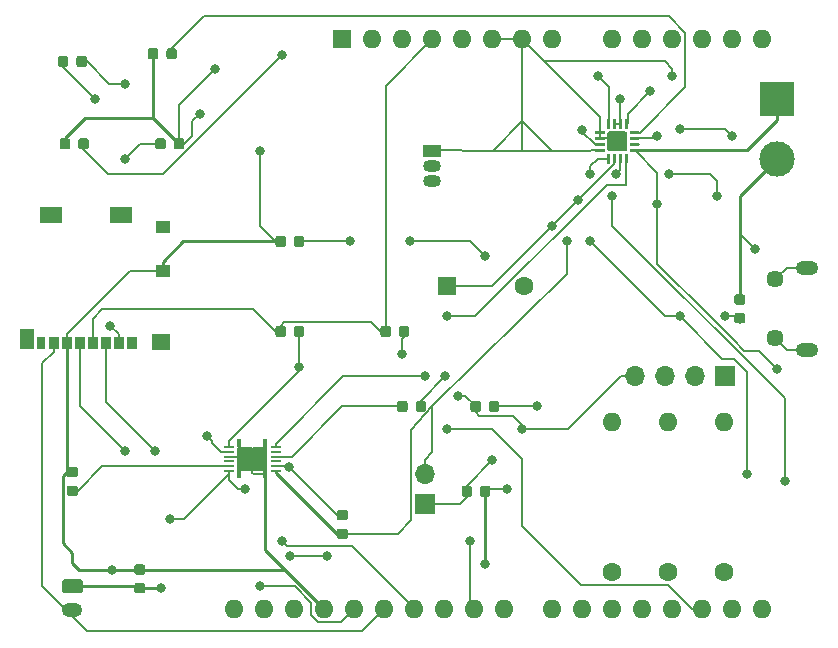
<source format=gtl>
G04 #@! TF.GenerationSoftware,KiCad,Pcbnew,(5.1.5)-3*
G04 #@! TF.CreationDate,2020-03-03T13:48:05-08:00*
G04 #@! TF.ProjectId,capstonemki,63617073-746f-46e6-956d-6b692e6b6963,rev?*
G04 #@! TF.SameCoordinates,Original*
G04 #@! TF.FileFunction,Copper,L1,Top*
G04 #@! TF.FilePolarity,Positive*
%FSLAX46Y46*%
G04 Gerber Fmt 4.6, Leading zero omitted, Abs format (unit mm)*
G04 Created by KiCad (PCBNEW (5.1.5)-3) date 2020-03-03 13:48:05*
%MOMM*%
%LPD*%
G04 APERTURE LIST*
%ADD10C,0.100000*%
%ADD11R,1.900000X1.350000*%
%ADD12R,1.200000X1.000000*%
%ADD13R,1.550000X1.350000*%
%ADD14R,1.170000X1.800000*%
%ADD15R,0.850000X1.100000*%
%ADD16R,0.750000X1.100000*%
%ADD17C,1.600000*%
%ADD18R,1.600000X1.600000*%
%ADD19O,1.600000X1.600000*%
%ADD20O,1.700000X1.700000*%
%ADD21R,1.700000X1.700000*%
%ADD22R,1.500000X1.050000*%
%ADD23O,1.500000X1.050000*%
%ADD24C,3.000000*%
%ADD25R,3.000000X3.000000*%
%ADD26O,1.900000X1.200000*%
%ADD27C,1.450000*%
%ADD28O,1.750000X1.200000*%
%ADD29R,0.400000X0.575000*%
%ADD30R,1.300000X0.975000*%
%ADD31C,0.600000*%
%ADD32R,0.200000X0.200000*%
%ADD33O,0.850000X0.200000*%
%ADD34R,0.400000X0.675000*%
%ADD35R,2.600000X1.950000*%
%ADD36C,0.800000*%
%ADD37C,0.250000*%
%ADD38C,0.200000*%
G04 APERTURE END LIST*
G04 #@! TA.AperFunction,SMDPad,CuDef*
D10*
G36*
X87272691Y-49576053D02*
G01*
X87293926Y-49579203D01*
X87314750Y-49584419D01*
X87334962Y-49591651D01*
X87354368Y-49600830D01*
X87372781Y-49611866D01*
X87390024Y-49624654D01*
X87405930Y-49639070D01*
X87420346Y-49654976D01*
X87433134Y-49672219D01*
X87444170Y-49690632D01*
X87453349Y-49710038D01*
X87460581Y-49730250D01*
X87465797Y-49751074D01*
X87468947Y-49772309D01*
X87470000Y-49793750D01*
X87470000Y-50231250D01*
X87468947Y-50252691D01*
X87465797Y-50273926D01*
X87460581Y-50294750D01*
X87453349Y-50314962D01*
X87444170Y-50334368D01*
X87433134Y-50352781D01*
X87420346Y-50370024D01*
X87405930Y-50385930D01*
X87390024Y-50400346D01*
X87372781Y-50413134D01*
X87354368Y-50424170D01*
X87334962Y-50433349D01*
X87314750Y-50440581D01*
X87293926Y-50445797D01*
X87272691Y-50448947D01*
X87251250Y-50450000D01*
X86738750Y-50450000D01*
X86717309Y-50448947D01*
X86696074Y-50445797D01*
X86675250Y-50440581D01*
X86655038Y-50433349D01*
X86635632Y-50424170D01*
X86617219Y-50413134D01*
X86599976Y-50400346D01*
X86584070Y-50385930D01*
X86569654Y-50370024D01*
X86556866Y-50352781D01*
X86545830Y-50334368D01*
X86536651Y-50314962D01*
X86529419Y-50294750D01*
X86524203Y-50273926D01*
X86521053Y-50252691D01*
X86520000Y-50231250D01*
X86520000Y-49793750D01*
X86521053Y-49772309D01*
X86524203Y-49751074D01*
X86529419Y-49730250D01*
X86536651Y-49710038D01*
X86545830Y-49690632D01*
X86556866Y-49672219D01*
X86569654Y-49654976D01*
X86584070Y-49639070D01*
X86599976Y-49624654D01*
X86617219Y-49611866D01*
X86635632Y-49600830D01*
X86655038Y-49591651D01*
X86675250Y-49584419D01*
X86696074Y-49579203D01*
X86717309Y-49576053D01*
X86738750Y-49575000D01*
X87251250Y-49575000D01*
X87272691Y-49576053D01*
G37*
G04 #@! TD.AperFunction*
G04 #@! TA.AperFunction,SMDPad,CuDef*
G36*
X87272691Y-51151053D02*
G01*
X87293926Y-51154203D01*
X87314750Y-51159419D01*
X87334962Y-51166651D01*
X87354368Y-51175830D01*
X87372781Y-51186866D01*
X87390024Y-51199654D01*
X87405930Y-51214070D01*
X87420346Y-51229976D01*
X87433134Y-51247219D01*
X87444170Y-51265632D01*
X87453349Y-51285038D01*
X87460581Y-51305250D01*
X87465797Y-51326074D01*
X87468947Y-51347309D01*
X87470000Y-51368750D01*
X87470000Y-51806250D01*
X87468947Y-51827691D01*
X87465797Y-51848926D01*
X87460581Y-51869750D01*
X87453349Y-51889962D01*
X87444170Y-51909368D01*
X87433134Y-51927781D01*
X87420346Y-51945024D01*
X87405930Y-51960930D01*
X87390024Y-51975346D01*
X87372781Y-51988134D01*
X87354368Y-51999170D01*
X87334962Y-52008349D01*
X87314750Y-52015581D01*
X87293926Y-52020797D01*
X87272691Y-52023947D01*
X87251250Y-52025000D01*
X86738750Y-52025000D01*
X86717309Y-52023947D01*
X86696074Y-52020797D01*
X86675250Y-52015581D01*
X86655038Y-52008349D01*
X86635632Y-51999170D01*
X86617219Y-51988134D01*
X86599976Y-51975346D01*
X86584070Y-51960930D01*
X86569654Y-51945024D01*
X86556866Y-51927781D01*
X86545830Y-51909368D01*
X86536651Y-51889962D01*
X86529419Y-51869750D01*
X86524203Y-51848926D01*
X86521053Y-51827691D01*
X86520000Y-51806250D01*
X86520000Y-51368750D01*
X86521053Y-51347309D01*
X86524203Y-51326074D01*
X86529419Y-51305250D01*
X86536651Y-51285038D01*
X86545830Y-51265632D01*
X86556866Y-51247219D01*
X86569654Y-51229976D01*
X86584070Y-51214070D01*
X86599976Y-51199654D01*
X86617219Y-51186866D01*
X86635632Y-51175830D01*
X86655038Y-51166651D01*
X86675250Y-51159419D01*
X86696074Y-51154203D01*
X86717309Y-51151053D01*
X86738750Y-51150000D01*
X87251250Y-51150000D01*
X87272691Y-51151053D01*
G37*
G04 #@! TD.AperFunction*
G04 #@! TA.AperFunction,SMDPad,CuDef*
G36*
X78443626Y-35745301D02*
G01*
X78449693Y-35746201D01*
X78455643Y-35747691D01*
X78461418Y-35749758D01*
X78466962Y-35752380D01*
X78472223Y-35755533D01*
X78477150Y-35759187D01*
X78481694Y-35763306D01*
X78485813Y-35767850D01*
X78489467Y-35772777D01*
X78492620Y-35778038D01*
X78495242Y-35783582D01*
X78497309Y-35789357D01*
X78498799Y-35795307D01*
X78499699Y-35801374D01*
X78500000Y-35807500D01*
X78500000Y-35932500D01*
X78499699Y-35938626D01*
X78498799Y-35944693D01*
X78497309Y-35950643D01*
X78495242Y-35956418D01*
X78492620Y-35961962D01*
X78489467Y-35967223D01*
X78485813Y-35972150D01*
X78481694Y-35976694D01*
X78477150Y-35980813D01*
X78472223Y-35984467D01*
X78466962Y-35987620D01*
X78461418Y-35990242D01*
X78455643Y-35992309D01*
X78449693Y-35993799D01*
X78443626Y-35994699D01*
X78437500Y-35995000D01*
X77737500Y-35995000D01*
X77731374Y-35994699D01*
X77725307Y-35993799D01*
X77719357Y-35992309D01*
X77713582Y-35990242D01*
X77708038Y-35987620D01*
X77702777Y-35984467D01*
X77697850Y-35980813D01*
X77693306Y-35976694D01*
X77689187Y-35972150D01*
X77685533Y-35967223D01*
X77682380Y-35961962D01*
X77679758Y-35956418D01*
X77677691Y-35950643D01*
X77676201Y-35944693D01*
X77675301Y-35938626D01*
X77675000Y-35932500D01*
X77675000Y-35807500D01*
X77675301Y-35801374D01*
X77676201Y-35795307D01*
X77677691Y-35789357D01*
X77679758Y-35783582D01*
X77682380Y-35778038D01*
X77685533Y-35772777D01*
X77689187Y-35767850D01*
X77693306Y-35763306D01*
X77697850Y-35759187D01*
X77702777Y-35755533D01*
X77708038Y-35752380D01*
X77713582Y-35749758D01*
X77719357Y-35747691D01*
X77725307Y-35746201D01*
X77731374Y-35745301D01*
X77737500Y-35745000D01*
X78437500Y-35745000D01*
X78443626Y-35745301D01*
G37*
G04 #@! TD.AperFunction*
G04 #@! TA.AperFunction,SMDPad,CuDef*
G36*
X78443626Y-36245301D02*
G01*
X78449693Y-36246201D01*
X78455643Y-36247691D01*
X78461418Y-36249758D01*
X78466962Y-36252380D01*
X78472223Y-36255533D01*
X78477150Y-36259187D01*
X78481694Y-36263306D01*
X78485813Y-36267850D01*
X78489467Y-36272777D01*
X78492620Y-36278038D01*
X78495242Y-36283582D01*
X78497309Y-36289357D01*
X78498799Y-36295307D01*
X78499699Y-36301374D01*
X78500000Y-36307500D01*
X78500000Y-36432500D01*
X78499699Y-36438626D01*
X78498799Y-36444693D01*
X78497309Y-36450643D01*
X78495242Y-36456418D01*
X78492620Y-36461962D01*
X78489467Y-36467223D01*
X78485813Y-36472150D01*
X78481694Y-36476694D01*
X78477150Y-36480813D01*
X78472223Y-36484467D01*
X78466962Y-36487620D01*
X78461418Y-36490242D01*
X78455643Y-36492309D01*
X78449693Y-36493799D01*
X78443626Y-36494699D01*
X78437500Y-36495000D01*
X77737500Y-36495000D01*
X77731374Y-36494699D01*
X77725307Y-36493799D01*
X77719357Y-36492309D01*
X77713582Y-36490242D01*
X77708038Y-36487620D01*
X77702777Y-36484467D01*
X77697850Y-36480813D01*
X77693306Y-36476694D01*
X77689187Y-36472150D01*
X77685533Y-36467223D01*
X77682380Y-36461962D01*
X77679758Y-36456418D01*
X77677691Y-36450643D01*
X77676201Y-36444693D01*
X77675301Y-36438626D01*
X77675000Y-36432500D01*
X77675000Y-36307500D01*
X77675301Y-36301374D01*
X77676201Y-36295307D01*
X77677691Y-36289357D01*
X77679758Y-36283582D01*
X77682380Y-36278038D01*
X77685533Y-36272777D01*
X77689187Y-36267850D01*
X77693306Y-36263306D01*
X77697850Y-36259187D01*
X77702777Y-36255533D01*
X77708038Y-36252380D01*
X77713582Y-36249758D01*
X77719357Y-36247691D01*
X77725307Y-36246201D01*
X77731374Y-36245301D01*
X77737500Y-36245000D01*
X78437500Y-36245000D01*
X78443626Y-36245301D01*
G37*
G04 #@! TD.AperFunction*
G04 #@! TA.AperFunction,SMDPad,CuDef*
G36*
X78443626Y-36745301D02*
G01*
X78449693Y-36746201D01*
X78455643Y-36747691D01*
X78461418Y-36749758D01*
X78466962Y-36752380D01*
X78472223Y-36755533D01*
X78477150Y-36759187D01*
X78481694Y-36763306D01*
X78485813Y-36767850D01*
X78489467Y-36772777D01*
X78492620Y-36778038D01*
X78495242Y-36783582D01*
X78497309Y-36789357D01*
X78498799Y-36795307D01*
X78499699Y-36801374D01*
X78500000Y-36807500D01*
X78500000Y-36932500D01*
X78499699Y-36938626D01*
X78498799Y-36944693D01*
X78497309Y-36950643D01*
X78495242Y-36956418D01*
X78492620Y-36961962D01*
X78489467Y-36967223D01*
X78485813Y-36972150D01*
X78481694Y-36976694D01*
X78477150Y-36980813D01*
X78472223Y-36984467D01*
X78466962Y-36987620D01*
X78461418Y-36990242D01*
X78455643Y-36992309D01*
X78449693Y-36993799D01*
X78443626Y-36994699D01*
X78437500Y-36995000D01*
X77737500Y-36995000D01*
X77731374Y-36994699D01*
X77725307Y-36993799D01*
X77719357Y-36992309D01*
X77713582Y-36990242D01*
X77708038Y-36987620D01*
X77702777Y-36984467D01*
X77697850Y-36980813D01*
X77693306Y-36976694D01*
X77689187Y-36972150D01*
X77685533Y-36967223D01*
X77682380Y-36961962D01*
X77679758Y-36956418D01*
X77677691Y-36950643D01*
X77676201Y-36944693D01*
X77675301Y-36938626D01*
X77675000Y-36932500D01*
X77675000Y-36807500D01*
X77675301Y-36801374D01*
X77676201Y-36795307D01*
X77677691Y-36789357D01*
X77679758Y-36783582D01*
X77682380Y-36778038D01*
X77685533Y-36772777D01*
X77689187Y-36767850D01*
X77693306Y-36763306D01*
X77697850Y-36759187D01*
X77702777Y-36755533D01*
X77708038Y-36752380D01*
X77713582Y-36749758D01*
X77719357Y-36747691D01*
X77725307Y-36746201D01*
X77731374Y-36745301D01*
X77737500Y-36745000D01*
X78437500Y-36745000D01*
X78443626Y-36745301D01*
G37*
G04 #@! TD.AperFunction*
G04 #@! TA.AperFunction,SMDPad,CuDef*
G36*
X78443626Y-37245301D02*
G01*
X78449693Y-37246201D01*
X78455643Y-37247691D01*
X78461418Y-37249758D01*
X78466962Y-37252380D01*
X78472223Y-37255533D01*
X78477150Y-37259187D01*
X78481694Y-37263306D01*
X78485813Y-37267850D01*
X78489467Y-37272777D01*
X78492620Y-37278038D01*
X78495242Y-37283582D01*
X78497309Y-37289357D01*
X78498799Y-37295307D01*
X78499699Y-37301374D01*
X78500000Y-37307500D01*
X78500000Y-37432500D01*
X78499699Y-37438626D01*
X78498799Y-37444693D01*
X78497309Y-37450643D01*
X78495242Y-37456418D01*
X78492620Y-37461962D01*
X78489467Y-37467223D01*
X78485813Y-37472150D01*
X78481694Y-37476694D01*
X78477150Y-37480813D01*
X78472223Y-37484467D01*
X78466962Y-37487620D01*
X78461418Y-37490242D01*
X78455643Y-37492309D01*
X78449693Y-37493799D01*
X78443626Y-37494699D01*
X78437500Y-37495000D01*
X77737500Y-37495000D01*
X77731374Y-37494699D01*
X77725307Y-37493799D01*
X77719357Y-37492309D01*
X77713582Y-37490242D01*
X77708038Y-37487620D01*
X77702777Y-37484467D01*
X77697850Y-37480813D01*
X77693306Y-37476694D01*
X77689187Y-37472150D01*
X77685533Y-37467223D01*
X77682380Y-37461962D01*
X77679758Y-37456418D01*
X77677691Y-37450643D01*
X77676201Y-37444693D01*
X77675301Y-37438626D01*
X77675000Y-37432500D01*
X77675000Y-37307500D01*
X77675301Y-37301374D01*
X77676201Y-37295307D01*
X77677691Y-37289357D01*
X77679758Y-37283582D01*
X77682380Y-37278038D01*
X77685533Y-37272777D01*
X77689187Y-37267850D01*
X77693306Y-37263306D01*
X77697850Y-37259187D01*
X77702777Y-37255533D01*
X77708038Y-37252380D01*
X77713582Y-37249758D01*
X77719357Y-37247691D01*
X77725307Y-37246201D01*
X77731374Y-37245301D01*
X77737500Y-37245000D01*
X78437500Y-37245000D01*
X78443626Y-37245301D01*
G37*
G04 #@! TD.AperFunction*
G04 #@! TA.AperFunction,SMDPad,CuDef*
G36*
X77443626Y-37670301D02*
G01*
X77449693Y-37671201D01*
X77455643Y-37672691D01*
X77461418Y-37674758D01*
X77466962Y-37677380D01*
X77472223Y-37680533D01*
X77477150Y-37684187D01*
X77481694Y-37688306D01*
X77485813Y-37692850D01*
X77489467Y-37697777D01*
X77492620Y-37703038D01*
X77495242Y-37708582D01*
X77497309Y-37714357D01*
X77498799Y-37720307D01*
X77499699Y-37726374D01*
X77500000Y-37732500D01*
X77500000Y-38432500D01*
X77499699Y-38438626D01*
X77498799Y-38444693D01*
X77497309Y-38450643D01*
X77495242Y-38456418D01*
X77492620Y-38461962D01*
X77489467Y-38467223D01*
X77485813Y-38472150D01*
X77481694Y-38476694D01*
X77477150Y-38480813D01*
X77472223Y-38484467D01*
X77466962Y-38487620D01*
X77461418Y-38490242D01*
X77455643Y-38492309D01*
X77449693Y-38493799D01*
X77443626Y-38494699D01*
X77437500Y-38495000D01*
X77312500Y-38495000D01*
X77306374Y-38494699D01*
X77300307Y-38493799D01*
X77294357Y-38492309D01*
X77288582Y-38490242D01*
X77283038Y-38487620D01*
X77277777Y-38484467D01*
X77272850Y-38480813D01*
X77268306Y-38476694D01*
X77264187Y-38472150D01*
X77260533Y-38467223D01*
X77257380Y-38461962D01*
X77254758Y-38456418D01*
X77252691Y-38450643D01*
X77251201Y-38444693D01*
X77250301Y-38438626D01*
X77250000Y-38432500D01*
X77250000Y-37732500D01*
X77250301Y-37726374D01*
X77251201Y-37720307D01*
X77252691Y-37714357D01*
X77254758Y-37708582D01*
X77257380Y-37703038D01*
X77260533Y-37697777D01*
X77264187Y-37692850D01*
X77268306Y-37688306D01*
X77272850Y-37684187D01*
X77277777Y-37680533D01*
X77283038Y-37677380D01*
X77288582Y-37674758D01*
X77294357Y-37672691D01*
X77300307Y-37671201D01*
X77306374Y-37670301D01*
X77312500Y-37670000D01*
X77437500Y-37670000D01*
X77443626Y-37670301D01*
G37*
G04 #@! TD.AperFunction*
G04 #@! TA.AperFunction,SMDPad,CuDef*
G36*
X76943626Y-37670301D02*
G01*
X76949693Y-37671201D01*
X76955643Y-37672691D01*
X76961418Y-37674758D01*
X76966962Y-37677380D01*
X76972223Y-37680533D01*
X76977150Y-37684187D01*
X76981694Y-37688306D01*
X76985813Y-37692850D01*
X76989467Y-37697777D01*
X76992620Y-37703038D01*
X76995242Y-37708582D01*
X76997309Y-37714357D01*
X76998799Y-37720307D01*
X76999699Y-37726374D01*
X77000000Y-37732500D01*
X77000000Y-38432500D01*
X76999699Y-38438626D01*
X76998799Y-38444693D01*
X76997309Y-38450643D01*
X76995242Y-38456418D01*
X76992620Y-38461962D01*
X76989467Y-38467223D01*
X76985813Y-38472150D01*
X76981694Y-38476694D01*
X76977150Y-38480813D01*
X76972223Y-38484467D01*
X76966962Y-38487620D01*
X76961418Y-38490242D01*
X76955643Y-38492309D01*
X76949693Y-38493799D01*
X76943626Y-38494699D01*
X76937500Y-38495000D01*
X76812500Y-38495000D01*
X76806374Y-38494699D01*
X76800307Y-38493799D01*
X76794357Y-38492309D01*
X76788582Y-38490242D01*
X76783038Y-38487620D01*
X76777777Y-38484467D01*
X76772850Y-38480813D01*
X76768306Y-38476694D01*
X76764187Y-38472150D01*
X76760533Y-38467223D01*
X76757380Y-38461962D01*
X76754758Y-38456418D01*
X76752691Y-38450643D01*
X76751201Y-38444693D01*
X76750301Y-38438626D01*
X76750000Y-38432500D01*
X76750000Y-37732500D01*
X76750301Y-37726374D01*
X76751201Y-37720307D01*
X76752691Y-37714357D01*
X76754758Y-37708582D01*
X76757380Y-37703038D01*
X76760533Y-37697777D01*
X76764187Y-37692850D01*
X76768306Y-37688306D01*
X76772850Y-37684187D01*
X76777777Y-37680533D01*
X76783038Y-37677380D01*
X76788582Y-37674758D01*
X76794357Y-37672691D01*
X76800307Y-37671201D01*
X76806374Y-37670301D01*
X76812500Y-37670000D01*
X76937500Y-37670000D01*
X76943626Y-37670301D01*
G37*
G04 #@! TD.AperFunction*
G04 #@! TA.AperFunction,SMDPad,CuDef*
G36*
X76443626Y-37670301D02*
G01*
X76449693Y-37671201D01*
X76455643Y-37672691D01*
X76461418Y-37674758D01*
X76466962Y-37677380D01*
X76472223Y-37680533D01*
X76477150Y-37684187D01*
X76481694Y-37688306D01*
X76485813Y-37692850D01*
X76489467Y-37697777D01*
X76492620Y-37703038D01*
X76495242Y-37708582D01*
X76497309Y-37714357D01*
X76498799Y-37720307D01*
X76499699Y-37726374D01*
X76500000Y-37732500D01*
X76500000Y-38432500D01*
X76499699Y-38438626D01*
X76498799Y-38444693D01*
X76497309Y-38450643D01*
X76495242Y-38456418D01*
X76492620Y-38461962D01*
X76489467Y-38467223D01*
X76485813Y-38472150D01*
X76481694Y-38476694D01*
X76477150Y-38480813D01*
X76472223Y-38484467D01*
X76466962Y-38487620D01*
X76461418Y-38490242D01*
X76455643Y-38492309D01*
X76449693Y-38493799D01*
X76443626Y-38494699D01*
X76437500Y-38495000D01*
X76312500Y-38495000D01*
X76306374Y-38494699D01*
X76300307Y-38493799D01*
X76294357Y-38492309D01*
X76288582Y-38490242D01*
X76283038Y-38487620D01*
X76277777Y-38484467D01*
X76272850Y-38480813D01*
X76268306Y-38476694D01*
X76264187Y-38472150D01*
X76260533Y-38467223D01*
X76257380Y-38461962D01*
X76254758Y-38456418D01*
X76252691Y-38450643D01*
X76251201Y-38444693D01*
X76250301Y-38438626D01*
X76250000Y-38432500D01*
X76250000Y-37732500D01*
X76250301Y-37726374D01*
X76251201Y-37720307D01*
X76252691Y-37714357D01*
X76254758Y-37708582D01*
X76257380Y-37703038D01*
X76260533Y-37697777D01*
X76264187Y-37692850D01*
X76268306Y-37688306D01*
X76272850Y-37684187D01*
X76277777Y-37680533D01*
X76283038Y-37677380D01*
X76288582Y-37674758D01*
X76294357Y-37672691D01*
X76300307Y-37671201D01*
X76306374Y-37670301D01*
X76312500Y-37670000D01*
X76437500Y-37670000D01*
X76443626Y-37670301D01*
G37*
G04 #@! TD.AperFunction*
G04 #@! TA.AperFunction,SMDPad,CuDef*
G36*
X75943626Y-37670301D02*
G01*
X75949693Y-37671201D01*
X75955643Y-37672691D01*
X75961418Y-37674758D01*
X75966962Y-37677380D01*
X75972223Y-37680533D01*
X75977150Y-37684187D01*
X75981694Y-37688306D01*
X75985813Y-37692850D01*
X75989467Y-37697777D01*
X75992620Y-37703038D01*
X75995242Y-37708582D01*
X75997309Y-37714357D01*
X75998799Y-37720307D01*
X75999699Y-37726374D01*
X76000000Y-37732500D01*
X76000000Y-38432500D01*
X75999699Y-38438626D01*
X75998799Y-38444693D01*
X75997309Y-38450643D01*
X75995242Y-38456418D01*
X75992620Y-38461962D01*
X75989467Y-38467223D01*
X75985813Y-38472150D01*
X75981694Y-38476694D01*
X75977150Y-38480813D01*
X75972223Y-38484467D01*
X75966962Y-38487620D01*
X75961418Y-38490242D01*
X75955643Y-38492309D01*
X75949693Y-38493799D01*
X75943626Y-38494699D01*
X75937500Y-38495000D01*
X75812500Y-38495000D01*
X75806374Y-38494699D01*
X75800307Y-38493799D01*
X75794357Y-38492309D01*
X75788582Y-38490242D01*
X75783038Y-38487620D01*
X75777777Y-38484467D01*
X75772850Y-38480813D01*
X75768306Y-38476694D01*
X75764187Y-38472150D01*
X75760533Y-38467223D01*
X75757380Y-38461962D01*
X75754758Y-38456418D01*
X75752691Y-38450643D01*
X75751201Y-38444693D01*
X75750301Y-38438626D01*
X75750000Y-38432500D01*
X75750000Y-37732500D01*
X75750301Y-37726374D01*
X75751201Y-37720307D01*
X75752691Y-37714357D01*
X75754758Y-37708582D01*
X75757380Y-37703038D01*
X75760533Y-37697777D01*
X75764187Y-37692850D01*
X75768306Y-37688306D01*
X75772850Y-37684187D01*
X75777777Y-37680533D01*
X75783038Y-37677380D01*
X75788582Y-37674758D01*
X75794357Y-37672691D01*
X75800307Y-37671201D01*
X75806374Y-37670301D01*
X75812500Y-37670000D01*
X75937500Y-37670000D01*
X75943626Y-37670301D01*
G37*
G04 #@! TD.AperFunction*
G04 #@! TA.AperFunction,SMDPad,CuDef*
G36*
X75518626Y-37245301D02*
G01*
X75524693Y-37246201D01*
X75530643Y-37247691D01*
X75536418Y-37249758D01*
X75541962Y-37252380D01*
X75547223Y-37255533D01*
X75552150Y-37259187D01*
X75556694Y-37263306D01*
X75560813Y-37267850D01*
X75564467Y-37272777D01*
X75567620Y-37278038D01*
X75570242Y-37283582D01*
X75572309Y-37289357D01*
X75573799Y-37295307D01*
X75574699Y-37301374D01*
X75575000Y-37307500D01*
X75575000Y-37432500D01*
X75574699Y-37438626D01*
X75573799Y-37444693D01*
X75572309Y-37450643D01*
X75570242Y-37456418D01*
X75567620Y-37461962D01*
X75564467Y-37467223D01*
X75560813Y-37472150D01*
X75556694Y-37476694D01*
X75552150Y-37480813D01*
X75547223Y-37484467D01*
X75541962Y-37487620D01*
X75536418Y-37490242D01*
X75530643Y-37492309D01*
X75524693Y-37493799D01*
X75518626Y-37494699D01*
X75512500Y-37495000D01*
X74812500Y-37495000D01*
X74806374Y-37494699D01*
X74800307Y-37493799D01*
X74794357Y-37492309D01*
X74788582Y-37490242D01*
X74783038Y-37487620D01*
X74777777Y-37484467D01*
X74772850Y-37480813D01*
X74768306Y-37476694D01*
X74764187Y-37472150D01*
X74760533Y-37467223D01*
X74757380Y-37461962D01*
X74754758Y-37456418D01*
X74752691Y-37450643D01*
X74751201Y-37444693D01*
X74750301Y-37438626D01*
X74750000Y-37432500D01*
X74750000Y-37307500D01*
X74750301Y-37301374D01*
X74751201Y-37295307D01*
X74752691Y-37289357D01*
X74754758Y-37283582D01*
X74757380Y-37278038D01*
X74760533Y-37272777D01*
X74764187Y-37267850D01*
X74768306Y-37263306D01*
X74772850Y-37259187D01*
X74777777Y-37255533D01*
X74783038Y-37252380D01*
X74788582Y-37249758D01*
X74794357Y-37247691D01*
X74800307Y-37246201D01*
X74806374Y-37245301D01*
X74812500Y-37245000D01*
X75512500Y-37245000D01*
X75518626Y-37245301D01*
G37*
G04 #@! TD.AperFunction*
G04 #@! TA.AperFunction,SMDPad,CuDef*
G36*
X75518626Y-36745301D02*
G01*
X75524693Y-36746201D01*
X75530643Y-36747691D01*
X75536418Y-36749758D01*
X75541962Y-36752380D01*
X75547223Y-36755533D01*
X75552150Y-36759187D01*
X75556694Y-36763306D01*
X75560813Y-36767850D01*
X75564467Y-36772777D01*
X75567620Y-36778038D01*
X75570242Y-36783582D01*
X75572309Y-36789357D01*
X75573799Y-36795307D01*
X75574699Y-36801374D01*
X75575000Y-36807500D01*
X75575000Y-36932500D01*
X75574699Y-36938626D01*
X75573799Y-36944693D01*
X75572309Y-36950643D01*
X75570242Y-36956418D01*
X75567620Y-36961962D01*
X75564467Y-36967223D01*
X75560813Y-36972150D01*
X75556694Y-36976694D01*
X75552150Y-36980813D01*
X75547223Y-36984467D01*
X75541962Y-36987620D01*
X75536418Y-36990242D01*
X75530643Y-36992309D01*
X75524693Y-36993799D01*
X75518626Y-36994699D01*
X75512500Y-36995000D01*
X74812500Y-36995000D01*
X74806374Y-36994699D01*
X74800307Y-36993799D01*
X74794357Y-36992309D01*
X74788582Y-36990242D01*
X74783038Y-36987620D01*
X74777777Y-36984467D01*
X74772850Y-36980813D01*
X74768306Y-36976694D01*
X74764187Y-36972150D01*
X74760533Y-36967223D01*
X74757380Y-36961962D01*
X74754758Y-36956418D01*
X74752691Y-36950643D01*
X74751201Y-36944693D01*
X74750301Y-36938626D01*
X74750000Y-36932500D01*
X74750000Y-36807500D01*
X74750301Y-36801374D01*
X74751201Y-36795307D01*
X74752691Y-36789357D01*
X74754758Y-36783582D01*
X74757380Y-36778038D01*
X74760533Y-36772777D01*
X74764187Y-36767850D01*
X74768306Y-36763306D01*
X74772850Y-36759187D01*
X74777777Y-36755533D01*
X74783038Y-36752380D01*
X74788582Y-36749758D01*
X74794357Y-36747691D01*
X74800307Y-36746201D01*
X74806374Y-36745301D01*
X74812500Y-36745000D01*
X75512500Y-36745000D01*
X75518626Y-36745301D01*
G37*
G04 #@! TD.AperFunction*
G04 #@! TA.AperFunction,SMDPad,CuDef*
G36*
X75518626Y-36245301D02*
G01*
X75524693Y-36246201D01*
X75530643Y-36247691D01*
X75536418Y-36249758D01*
X75541962Y-36252380D01*
X75547223Y-36255533D01*
X75552150Y-36259187D01*
X75556694Y-36263306D01*
X75560813Y-36267850D01*
X75564467Y-36272777D01*
X75567620Y-36278038D01*
X75570242Y-36283582D01*
X75572309Y-36289357D01*
X75573799Y-36295307D01*
X75574699Y-36301374D01*
X75575000Y-36307500D01*
X75575000Y-36432500D01*
X75574699Y-36438626D01*
X75573799Y-36444693D01*
X75572309Y-36450643D01*
X75570242Y-36456418D01*
X75567620Y-36461962D01*
X75564467Y-36467223D01*
X75560813Y-36472150D01*
X75556694Y-36476694D01*
X75552150Y-36480813D01*
X75547223Y-36484467D01*
X75541962Y-36487620D01*
X75536418Y-36490242D01*
X75530643Y-36492309D01*
X75524693Y-36493799D01*
X75518626Y-36494699D01*
X75512500Y-36495000D01*
X74812500Y-36495000D01*
X74806374Y-36494699D01*
X74800307Y-36493799D01*
X74794357Y-36492309D01*
X74788582Y-36490242D01*
X74783038Y-36487620D01*
X74777777Y-36484467D01*
X74772850Y-36480813D01*
X74768306Y-36476694D01*
X74764187Y-36472150D01*
X74760533Y-36467223D01*
X74757380Y-36461962D01*
X74754758Y-36456418D01*
X74752691Y-36450643D01*
X74751201Y-36444693D01*
X74750301Y-36438626D01*
X74750000Y-36432500D01*
X74750000Y-36307500D01*
X74750301Y-36301374D01*
X74751201Y-36295307D01*
X74752691Y-36289357D01*
X74754758Y-36283582D01*
X74757380Y-36278038D01*
X74760533Y-36272777D01*
X74764187Y-36267850D01*
X74768306Y-36263306D01*
X74772850Y-36259187D01*
X74777777Y-36255533D01*
X74783038Y-36252380D01*
X74788582Y-36249758D01*
X74794357Y-36247691D01*
X74800307Y-36246201D01*
X74806374Y-36245301D01*
X74812500Y-36245000D01*
X75512500Y-36245000D01*
X75518626Y-36245301D01*
G37*
G04 #@! TD.AperFunction*
G04 #@! TA.AperFunction,SMDPad,CuDef*
G36*
X75518626Y-35745301D02*
G01*
X75524693Y-35746201D01*
X75530643Y-35747691D01*
X75536418Y-35749758D01*
X75541962Y-35752380D01*
X75547223Y-35755533D01*
X75552150Y-35759187D01*
X75556694Y-35763306D01*
X75560813Y-35767850D01*
X75564467Y-35772777D01*
X75567620Y-35778038D01*
X75570242Y-35783582D01*
X75572309Y-35789357D01*
X75573799Y-35795307D01*
X75574699Y-35801374D01*
X75575000Y-35807500D01*
X75575000Y-35932500D01*
X75574699Y-35938626D01*
X75573799Y-35944693D01*
X75572309Y-35950643D01*
X75570242Y-35956418D01*
X75567620Y-35961962D01*
X75564467Y-35967223D01*
X75560813Y-35972150D01*
X75556694Y-35976694D01*
X75552150Y-35980813D01*
X75547223Y-35984467D01*
X75541962Y-35987620D01*
X75536418Y-35990242D01*
X75530643Y-35992309D01*
X75524693Y-35993799D01*
X75518626Y-35994699D01*
X75512500Y-35995000D01*
X74812500Y-35995000D01*
X74806374Y-35994699D01*
X74800307Y-35993799D01*
X74794357Y-35992309D01*
X74788582Y-35990242D01*
X74783038Y-35987620D01*
X74777777Y-35984467D01*
X74772850Y-35980813D01*
X74768306Y-35976694D01*
X74764187Y-35972150D01*
X74760533Y-35967223D01*
X74757380Y-35961962D01*
X74754758Y-35956418D01*
X74752691Y-35950643D01*
X74751201Y-35944693D01*
X74750301Y-35938626D01*
X74750000Y-35932500D01*
X74750000Y-35807500D01*
X74750301Y-35801374D01*
X74751201Y-35795307D01*
X74752691Y-35789357D01*
X74754758Y-35783582D01*
X74757380Y-35778038D01*
X74760533Y-35772777D01*
X74764187Y-35767850D01*
X74768306Y-35763306D01*
X74772850Y-35759187D01*
X74777777Y-35755533D01*
X74783038Y-35752380D01*
X74788582Y-35749758D01*
X74794357Y-35747691D01*
X74800307Y-35746201D01*
X74806374Y-35745301D01*
X74812500Y-35745000D01*
X75512500Y-35745000D01*
X75518626Y-35745301D01*
G37*
G04 #@! TD.AperFunction*
G04 #@! TA.AperFunction,SMDPad,CuDef*
G36*
X75943626Y-34745301D02*
G01*
X75949693Y-34746201D01*
X75955643Y-34747691D01*
X75961418Y-34749758D01*
X75966962Y-34752380D01*
X75972223Y-34755533D01*
X75977150Y-34759187D01*
X75981694Y-34763306D01*
X75985813Y-34767850D01*
X75989467Y-34772777D01*
X75992620Y-34778038D01*
X75995242Y-34783582D01*
X75997309Y-34789357D01*
X75998799Y-34795307D01*
X75999699Y-34801374D01*
X76000000Y-34807500D01*
X76000000Y-35507500D01*
X75999699Y-35513626D01*
X75998799Y-35519693D01*
X75997309Y-35525643D01*
X75995242Y-35531418D01*
X75992620Y-35536962D01*
X75989467Y-35542223D01*
X75985813Y-35547150D01*
X75981694Y-35551694D01*
X75977150Y-35555813D01*
X75972223Y-35559467D01*
X75966962Y-35562620D01*
X75961418Y-35565242D01*
X75955643Y-35567309D01*
X75949693Y-35568799D01*
X75943626Y-35569699D01*
X75937500Y-35570000D01*
X75812500Y-35570000D01*
X75806374Y-35569699D01*
X75800307Y-35568799D01*
X75794357Y-35567309D01*
X75788582Y-35565242D01*
X75783038Y-35562620D01*
X75777777Y-35559467D01*
X75772850Y-35555813D01*
X75768306Y-35551694D01*
X75764187Y-35547150D01*
X75760533Y-35542223D01*
X75757380Y-35536962D01*
X75754758Y-35531418D01*
X75752691Y-35525643D01*
X75751201Y-35519693D01*
X75750301Y-35513626D01*
X75750000Y-35507500D01*
X75750000Y-34807500D01*
X75750301Y-34801374D01*
X75751201Y-34795307D01*
X75752691Y-34789357D01*
X75754758Y-34783582D01*
X75757380Y-34778038D01*
X75760533Y-34772777D01*
X75764187Y-34767850D01*
X75768306Y-34763306D01*
X75772850Y-34759187D01*
X75777777Y-34755533D01*
X75783038Y-34752380D01*
X75788582Y-34749758D01*
X75794357Y-34747691D01*
X75800307Y-34746201D01*
X75806374Y-34745301D01*
X75812500Y-34745000D01*
X75937500Y-34745000D01*
X75943626Y-34745301D01*
G37*
G04 #@! TD.AperFunction*
G04 #@! TA.AperFunction,SMDPad,CuDef*
G36*
X76443626Y-34745301D02*
G01*
X76449693Y-34746201D01*
X76455643Y-34747691D01*
X76461418Y-34749758D01*
X76466962Y-34752380D01*
X76472223Y-34755533D01*
X76477150Y-34759187D01*
X76481694Y-34763306D01*
X76485813Y-34767850D01*
X76489467Y-34772777D01*
X76492620Y-34778038D01*
X76495242Y-34783582D01*
X76497309Y-34789357D01*
X76498799Y-34795307D01*
X76499699Y-34801374D01*
X76500000Y-34807500D01*
X76500000Y-35507500D01*
X76499699Y-35513626D01*
X76498799Y-35519693D01*
X76497309Y-35525643D01*
X76495242Y-35531418D01*
X76492620Y-35536962D01*
X76489467Y-35542223D01*
X76485813Y-35547150D01*
X76481694Y-35551694D01*
X76477150Y-35555813D01*
X76472223Y-35559467D01*
X76466962Y-35562620D01*
X76461418Y-35565242D01*
X76455643Y-35567309D01*
X76449693Y-35568799D01*
X76443626Y-35569699D01*
X76437500Y-35570000D01*
X76312500Y-35570000D01*
X76306374Y-35569699D01*
X76300307Y-35568799D01*
X76294357Y-35567309D01*
X76288582Y-35565242D01*
X76283038Y-35562620D01*
X76277777Y-35559467D01*
X76272850Y-35555813D01*
X76268306Y-35551694D01*
X76264187Y-35547150D01*
X76260533Y-35542223D01*
X76257380Y-35536962D01*
X76254758Y-35531418D01*
X76252691Y-35525643D01*
X76251201Y-35519693D01*
X76250301Y-35513626D01*
X76250000Y-35507500D01*
X76250000Y-34807500D01*
X76250301Y-34801374D01*
X76251201Y-34795307D01*
X76252691Y-34789357D01*
X76254758Y-34783582D01*
X76257380Y-34778038D01*
X76260533Y-34772777D01*
X76264187Y-34767850D01*
X76268306Y-34763306D01*
X76272850Y-34759187D01*
X76277777Y-34755533D01*
X76283038Y-34752380D01*
X76288582Y-34749758D01*
X76294357Y-34747691D01*
X76300307Y-34746201D01*
X76306374Y-34745301D01*
X76312500Y-34745000D01*
X76437500Y-34745000D01*
X76443626Y-34745301D01*
G37*
G04 #@! TD.AperFunction*
G04 #@! TA.AperFunction,SMDPad,CuDef*
G36*
X76943626Y-34745301D02*
G01*
X76949693Y-34746201D01*
X76955643Y-34747691D01*
X76961418Y-34749758D01*
X76966962Y-34752380D01*
X76972223Y-34755533D01*
X76977150Y-34759187D01*
X76981694Y-34763306D01*
X76985813Y-34767850D01*
X76989467Y-34772777D01*
X76992620Y-34778038D01*
X76995242Y-34783582D01*
X76997309Y-34789357D01*
X76998799Y-34795307D01*
X76999699Y-34801374D01*
X77000000Y-34807500D01*
X77000000Y-35507500D01*
X76999699Y-35513626D01*
X76998799Y-35519693D01*
X76997309Y-35525643D01*
X76995242Y-35531418D01*
X76992620Y-35536962D01*
X76989467Y-35542223D01*
X76985813Y-35547150D01*
X76981694Y-35551694D01*
X76977150Y-35555813D01*
X76972223Y-35559467D01*
X76966962Y-35562620D01*
X76961418Y-35565242D01*
X76955643Y-35567309D01*
X76949693Y-35568799D01*
X76943626Y-35569699D01*
X76937500Y-35570000D01*
X76812500Y-35570000D01*
X76806374Y-35569699D01*
X76800307Y-35568799D01*
X76794357Y-35567309D01*
X76788582Y-35565242D01*
X76783038Y-35562620D01*
X76777777Y-35559467D01*
X76772850Y-35555813D01*
X76768306Y-35551694D01*
X76764187Y-35547150D01*
X76760533Y-35542223D01*
X76757380Y-35536962D01*
X76754758Y-35531418D01*
X76752691Y-35525643D01*
X76751201Y-35519693D01*
X76750301Y-35513626D01*
X76750000Y-35507500D01*
X76750000Y-34807500D01*
X76750301Y-34801374D01*
X76751201Y-34795307D01*
X76752691Y-34789357D01*
X76754758Y-34783582D01*
X76757380Y-34778038D01*
X76760533Y-34772777D01*
X76764187Y-34767850D01*
X76768306Y-34763306D01*
X76772850Y-34759187D01*
X76777777Y-34755533D01*
X76783038Y-34752380D01*
X76788582Y-34749758D01*
X76794357Y-34747691D01*
X76800307Y-34746201D01*
X76806374Y-34745301D01*
X76812500Y-34745000D01*
X76937500Y-34745000D01*
X76943626Y-34745301D01*
G37*
G04 #@! TD.AperFunction*
G04 #@! TA.AperFunction,SMDPad,CuDef*
G36*
X77443626Y-34745301D02*
G01*
X77449693Y-34746201D01*
X77455643Y-34747691D01*
X77461418Y-34749758D01*
X77466962Y-34752380D01*
X77472223Y-34755533D01*
X77477150Y-34759187D01*
X77481694Y-34763306D01*
X77485813Y-34767850D01*
X77489467Y-34772777D01*
X77492620Y-34778038D01*
X77495242Y-34783582D01*
X77497309Y-34789357D01*
X77498799Y-34795307D01*
X77499699Y-34801374D01*
X77500000Y-34807500D01*
X77500000Y-35507500D01*
X77499699Y-35513626D01*
X77498799Y-35519693D01*
X77497309Y-35525643D01*
X77495242Y-35531418D01*
X77492620Y-35536962D01*
X77489467Y-35542223D01*
X77485813Y-35547150D01*
X77481694Y-35551694D01*
X77477150Y-35555813D01*
X77472223Y-35559467D01*
X77466962Y-35562620D01*
X77461418Y-35565242D01*
X77455643Y-35567309D01*
X77449693Y-35568799D01*
X77443626Y-35569699D01*
X77437500Y-35570000D01*
X77312500Y-35570000D01*
X77306374Y-35569699D01*
X77300307Y-35568799D01*
X77294357Y-35567309D01*
X77288582Y-35565242D01*
X77283038Y-35562620D01*
X77277777Y-35559467D01*
X77272850Y-35555813D01*
X77268306Y-35551694D01*
X77264187Y-35547150D01*
X77260533Y-35542223D01*
X77257380Y-35536962D01*
X77254758Y-35531418D01*
X77252691Y-35525643D01*
X77251201Y-35519693D01*
X77250301Y-35513626D01*
X77250000Y-35507500D01*
X77250000Y-34807500D01*
X77250301Y-34801374D01*
X77251201Y-34795307D01*
X77252691Y-34789357D01*
X77254758Y-34783582D01*
X77257380Y-34778038D01*
X77260533Y-34772777D01*
X77264187Y-34767850D01*
X77268306Y-34763306D01*
X77272850Y-34759187D01*
X77277777Y-34755533D01*
X77283038Y-34752380D01*
X77288582Y-34749758D01*
X77294357Y-34747691D01*
X77300307Y-34746201D01*
X77306374Y-34745301D01*
X77312500Y-34745000D01*
X77437500Y-34745000D01*
X77443626Y-34745301D01*
G37*
G04 #@! TD.AperFunction*
G04 #@! TA.AperFunction,SMDPad,CuDef*
G36*
X77249504Y-35771204D02*
G01*
X77273773Y-35774804D01*
X77297571Y-35780765D01*
X77320671Y-35789030D01*
X77342849Y-35799520D01*
X77363893Y-35812133D01*
X77383598Y-35826747D01*
X77401777Y-35843223D01*
X77418253Y-35861402D01*
X77432867Y-35881107D01*
X77445480Y-35902151D01*
X77455970Y-35924329D01*
X77464235Y-35947429D01*
X77470196Y-35971227D01*
X77473796Y-35995496D01*
X77475000Y-36020000D01*
X77475000Y-37220000D01*
X77473796Y-37244504D01*
X77470196Y-37268773D01*
X77464235Y-37292571D01*
X77455970Y-37315671D01*
X77445480Y-37337849D01*
X77432867Y-37358893D01*
X77418253Y-37378598D01*
X77401777Y-37396777D01*
X77383598Y-37413253D01*
X77363893Y-37427867D01*
X77342849Y-37440480D01*
X77320671Y-37450970D01*
X77297571Y-37459235D01*
X77273773Y-37465196D01*
X77249504Y-37468796D01*
X77225000Y-37470000D01*
X76025000Y-37470000D01*
X76000496Y-37468796D01*
X75976227Y-37465196D01*
X75952429Y-37459235D01*
X75929329Y-37450970D01*
X75907151Y-37440480D01*
X75886107Y-37427867D01*
X75866402Y-37413253D01*
X75848223Y-37396777D01*
X75831747Y-37378598D01*
X75817133Y-37358893D01*
X75804520Y-37337849D01*
X75794030Y-37315671D01*
X75785765Y-37292571D01*
X75779804Y-37268773D01*
X75776204Y-37244504D01*
X75775000Y-37220000D01*
X75775000Y-36020000D01*
X75776204Y-35995496D01*
X75779804Y-35971227D01*
X75785765Y-35947429D01*
X75794030Y-35924329D01*
X75804520Y-35902151D01*
X75817133Y-35881107D01*
X75831747Y-35861402D01*
X75848223Y-35843223D01*
X75866402Y-35826747D01*
X75886107Y-35812133D01*
X75907151Y-35799520D01*
X75929329Y-35789030D01*
X75952429Y-35780765D01*
X75976227Y-35774804D01*
X76000496Y-35771204D01*
X76025000Y-35770000D01*
X77225000Y-35770000D01*
X77249504Y-35771204D01*
G37*
G04 #@! TD.AperFunction*
D11*
X28655000Y-42885000D03*
X34625000Y-42885000D03*
D12*
X38125000Y-47560000D03*
X38125000Y-43860000D03*
D13*
X37950000Y-53585000D03*
D14*
X26630000Y-53360000D03*
D15*
X28890000Y-53710000D03*
X29990000Y-53710000D03*
X31090000Y-53710000D03*
X32190000Y-53710000D03*
X33290000Y-53710000D03*
X34390000Y-53710000D03*
D16*
X27840000Y-53710000D03*
D15*
X35490000Y-53710000D03*
D17*
X68730000Y-48895000D03*
D18*
X62230000Y-48895000D03*
D19*
X76175000Y-60415000D03*
D17*
X76175000Y-73115000D03*
D19*
X80925000Y-60415000D03*
D17*
X80925000Y-73115000D03*
D19*
X85675000Y-60415000D03*
D17*
X85675000Y-73115000D03*
D20*
X78105000Y-56515000D03*
X80645000Y-56515000D03*
X83185000Y-56515000D03*
D21*
X85725000Y-56515000D03*
G04 #@! TA.AperFunction,SMDPad,CuDef*
D10*
G36*
X29932691Y-29371053D02*
G01*
X29953926Y-29374203D01*
X29974750Y-29379419D01*
X29994962Y-29386651D01*
X30014368Y-29395830D01*
X30032781Y-29406866D01*
X30050024Y-29419654D01*
X30065930Y-29434070D01*
X30080346Y-29449976D01*
X30093134Y-29467219D01*
X30104170Y-29485632D01*
X30113349Y-29505038D01*
X30120581Y-29525250D01*
X30125797Y-29546074D01*
X30128947Y-29567309D01*
X30130000Y-29588750D01*
X30130000Y-30101250D01*
X30128947Y-30122691D01*
X30125797Y-30143926D01*
X30120581Y-30164750D01*
X30113349Y-30184962D01*
X30104170Y-30204368D01*
X30093134Y-30222781D01*
X30080346Y-30240024D01*
X30065930Y-30255930D01*
X30050024Y-30270346D01*
X30032781Y-30283134D01*
X30014368Y-30294170D01*
X29994962Y-30303349D01*
X29974750Y-30310581D01*
X29953926Y-30315797D01*
X29932691Y-30318947D01*
X29911250Y-30320000D01*
X29473750Y-30320000D01*
X29452309Y-30318947D01*
X29431074Y-30315797D01*
X29410250Y-30310581D01*
X29390038Y-30303349D01*
X29370632Y-30294170D01*
X29352219Y-30283134D01*
X29334976Y-30270346D01*
X29319070Y-30255930D01*
X29304654Y-30240024D01*
X29291866Y-30222781D01*
X29280830Y-30204368D01*
X29271651Y-30184962D01*
X29264419Y-30164750D01*
X29259203Y-30143926D01*
X29256053Y-30122691D01*
X29255000Y-30101250D01*
X29255000Y-29588750D01*
X29256053Y-29567309D01*
X29259203Y-29546074D01*
X29264419Y-29525250D01*
X29271651Y-29505038D01*
X29280830Y-29485632D01*
X29291866Y-29467219D01*
X29304654Y-29449976D01*
X29319070Y-29434070D01*
X29334976Y-29419654D01*
X29352219Y-29406866D01*
X29370632Y-29395830D01*
X29390038Y-29386651D01*
X29410250Y-29379419D01*
X29431074Y-29374203D01*
X29452309Y-29371053D01*
X29473750Y-29370000D01*
X29911250Y-29370000D01*
X29932691Y-29371053D01*
G37*
G04 #@! TD.AperFunction*
G04 #@! TA.AperFunction,SMDPad,CuDef*
G36*
X31507691Y-29371053D02*
G01*
X31528926Y-29374203D01*
X31549750Y-29379419D01*
X31569962Y-29386651D01*
X31589368Y-29395830D01*
X31607781Y-29406866D01*
X31625024Y-29419654D01*
X31640930Y-29434070D01*
X31655346Y-29449976D01*
X31668134Y-29467219D01*
X31679170Y-29485632D01*
X31688349Y-29505038D01*
X31695581Y-29525250D01*
X31700797Y-29546074D01*
X31703947Y-29567309D01*
X31705000Y-29588750D01*
X31705000Y-30101250D01*
X31703947Y-30122691D01*
X31700797Y-30143926D01*
X31695581Y-30164750D01*
X31688349Y-30184962D01*
X31679170Y-30204368D01*
X31668134Y-30222781D01*
X31655346Y-30240024D01*
X31640930Y-30255930D01*
X31625024Y-30270346D01*
X31607781Y-30283134D01*
X31589368Y-30294170D01*
X31569962Y-30303349D01*
X31549750Y-30310581D01*
X31528926Y-30315797D01*
X31507691Y-30318947D01*
X31486250Y-30320000D01*
X31048750Y-30320000D01*
X31027309Y-30318947D01*
X31006074Y-30315797D01*
X30985250Y-30310581D01*
X30965038Y-30303349D01*
X30945632Y-30294170D01*
X30927219Y-30283134D01*
X30909976Y-30270346D01*
X30894070Y-30255930D01*
X30879654Y-30240024D01*
X30866866Y-30222781D01*
X30855830Y-30204368D01*
X30846651Y-30184962D01*
X30839419Y-30164750D01*
X30834203Y-30143926D01*
X30831053Y-30122691D01*
X30830000Y-30101250D01*
X30830000Y-29588750D01*
X30831053Y-29567309D01*
X30834203Y-29546074D01*
X30839419Y-29525250D01*
X30846651Y-29505038D01*
X30855830Y-29485632D01*
X30866866Y-29467219D01*
X30879654Y-29449976D01*
X30894070Y-29434070D01*
X30909976Y-29419654D01*
X30927219Y-29406866D01*
X30945632Y-29395830D01*
X30965038Y-29386651D01*
X30985250Y-29379419D01*
X31006074Y-29374203D01*
X31027309Y-29371053D01*
X31048750Y-29370000D01*
X31486250Y-29370000D01*
X31507691Y-29371053D01*
G37*
G04 #@! TD.AperFunction*
G04 #@! TA.AperFunction,SMDPad,CuDef*
G36*
X57237691Y-52231053D02*
G01*
X57258926Y-52234203D01*
X57279750Y-52239419D01*
X57299962Y-52246651D01*
X57319368Y-52255830D01*
X57337781Y-52266866D01*
X57355024Y-52279654D01*
X57370930Y-52294070D01*
X57385346Y-52309976D01*
X57398134Y-52327219D01*
X57409170Y-52345632D01*
X57418349Y-52365038D01*
X57425581Y-52385250D01*
X57430797Y-52406074D01*
X57433947Y-52427309D01*
X57435000Y-52448750D01*
X57435000Y-52961250D01*
X57433947Y-52982691D01*
X57430797Y-53003926D01*
X57425581Y-53024750D01*
X57418349Y-53044962D01*
X57409170Y-53064368D01*
X57398134Y-53082781D01*
X57385346Y-53100024D01*
X57370930Y-53115930D01*
X57355024Y-53130346D01*
X57337781Y-53143134D01*
X57319368Y-53154170D01*
X57299962Y-53163349D01*
X57279750Y-53170581D01*
X57258926Y-53175797D01*
X57237691Y-53178947D01*
X57216250Y-53180000D01*
X56778750Y-53180000D01*
X56757309Y-53178947D01*
X56736074Y-53175797D01*
X56715250Y-53170581D01*
X56695038Y-53163349D01*
X56675632Y-53154170D01*
X56657219Y-53143134D01*
X56639976Y-53130346D01*
X56624070Y-53115930D01*
X56609654Y-53100024D01*
X56596866Y-53082781D01*
X56585830Y-53064368D01*
X56576651Y-53044962D01*
X56569419Y-53024750D01*
X56564203Y-53003926D01*
X56561053Y-52982691D01*
X56560000Y-52961250D01*
X56560000Y-52448750D01*
X56561053Y-52427309D01*
X56564203Y-52406074D01*
X56569419Y-52385250D01*
X56576651Y-52365038D01*
X56585830Y-52345632D01*
X56596866Y-52327219D01*
X56609654Y-52309976D01*
X56624070Y-52294070D01*
X56639976Y-52279654D01*
X56657219Y-52266866D01*
X56675632Y-52255830D01*
X56695038Y-52246651D01*
X56715250Y-52239419D01*
X56736074Y-52234203D01*
X56757309Y-52231053D01*
X56778750Y-52230000D01*
X57216250Y-52230000D01*
X57237691Y-52231053D01*
G37*
G04 #@! TD.AperFunction*
G04 #@! TA.AperFunction,SMDPad,CuDef*
G36*
X58812691Y-52231053D02*
G01*
X58833926Y-52234203D01*
X58854750Y-52239419D01*
X58874962Y-52246651D01*
X58894368Y-52255830D01*
X58912781Y-52266866D01*
X58930024Y-52279654D01*
X58945930Y-52294070D01*
X58960346Y-52309976D01*
X58973134Y-52327219D01*
X58984170Y-52345632D01*
X58993349Y-52365038D01*
X59000581Y-52385250D01*
X59005797Y-52406074D01*
X59008947Y-52427309D01*
X59010000Y-52448750D01*
X59010000Y-52961250D01*
X59008947Y-52982691D01*
X59005797Y-53003926D01*
X59000581Y-53024750D01*
X58993349Y-53044962D01*
X58984170Y-53064368D01*
X58973134Y-53082781D01*
X58960346Y-53100024D01*
X58945930Y-53115930D01*
X58930024Y-53130346D01*
X58912781Y-53143134D01*
X58894368Y-53154170D01*
X58874962Y-53163349D01*
X58854750Y-53170581D01*
X58833926Y-53175797D01*
X58812691Y-53178947D01*
X58791250Y-53180000D01*
X58353750Y-53180000D01*
X58332309Y-53178947D01*
X58311074Y-53175797D01*
X58290250Y-53170581D01*
X58270038Y-53163349D01*
X58250632Y-53154170D01*
X58232219Y-53143134D01*
X58214976Y-53130346D01*
X58199070Y-53115930D01*
X58184654Y-53100024D01*
X58171866Y-53082781D01*
X58160830Y-53064368D01*
X58151651Y-53044962D01*
X58144419Y-53024750D01*
X58139203Y-53003926D01*
X58136053Y-52982691D01*
X58135000Y-52961250D01*
X58135000Y-52448750D01*
X58136053Y-52427309D01*
X58139203Y-52406074D01*
X58144419Y-52385250D01*
X58151651Y-52365038D01*
X58160830Y-52345632D01*
X58171866Y-52327219D01*
X58184654Y-52309976D01*
X58199070Y-52294070D01*
X58214976Y-52279654D01*
X58232219Y-52266866D01*
X58250632Y-52255830D01*
X58270038Y-52246651D01*
X58290250Y-52239419D01*
X58311074Y-52234203D01*
X58332309Y-52231053D01*
X58353750Y-52230000D01*
X58791250Y-52230000D01*
X58812691Y-52231053D01*
G37*
G04 #@! TD.AperFunction*
G04 #@! TA.AperFunction,SMDPad,CuDef*
G36*
X49922691Y-52231053D02*
G01*
X49943926Y-52234203D01*
X49964750Y-52239419D01*
X49984962Y-52246651D01*
X50004368Y-52255830D01*
X50022781Y-52266866D01*
X50040024Y-52279654D01*
X50055930Y-52294070D01*
X50070346Y-52309976D01*
X50083134Y-52327219D01*
X50094170Y-52345632D01*
X50103349Y-52365038D01*
X50110581Y-52385250D01*
X50115797Y-52406074D01*
X50118947Y-52427309D01*
X50120000Y-52448750D01*
X50120000Y-52961250D01*
X50118947Y-52982691D01*
X50115797Y-53003926D01*
X50110581Y-53024750D01*
X50103349Y-53044962D01*
X50094170Y-53064368D01*
X50083134Y-53082781D01*
X50070346Y-53100024D01*
X50055930Y-53115930D01*
X50040024Y-53130346D01*
X50022781Y-53143134D01*
X50004368Y-53154170D01*
X49984962Y-53163349D01*
X49964750Y-53170581D01*
X49943926Y-53175797D01*
X49922691Y-53178947D01*
X49901250Y-53180000D01*
X49463750Y-53180000D01*
X49442309Y-53178947D01*
X49421074Y-53175797D01*
X49400250Y-53170581D01*
X49380038Y-53163349D01*
X49360632Y-53154170D01*
X49342219Y-53143134D01*
X49324976Y-53130346D01*
X49309070Y-53115930D01*
X49294654Y-53100024D01*
X49281866Y-53082781D01*
X49270830Y-53064368D01*
X49261651Y-53044962D01*
X49254419Y-53024750D01*
X49249203Y-53003926D01*
X49246053Y-52982691D01*
X49245000Y-52961250D01*
X49245000Y-52448750D01*
X49246053Y-52427309D01*
X49249203Y-52406074D01*
X49254419Y-52385250D01*
X49261651Y-52365038D01*
X49270830Y-52345632D01*
X49281866Y-52327219D01*
X49294654Y-52309976D01*
X49309070Y-52294070D01*
X49324976Y-52279654D01*
X49342219Y-52266866D01*
X49360632Y-52255830D01*
X49380038Y-52246651D01*
X49400250Y-52239419D01*
X49421074Y-52234203D01*
X49442309Y-52231053D01*
X49463750Y-52230000D01*
X49901250Y-52230000D01*
X49922691Y-52231053D01*
G37*
G04 #@! TD.AperFunction*
G04 #@! TA.AperFunction,SMDPad,CuDef*
G36*
X48347691Y-52231053D02*
G01*
X48368926Y-52234203D01*
X48389750Y-52239419D01*
X48409962Y-52246651D01*
X48429368Y-52255830D01*
X48447781Y-52266866D01*
X48465024Y-52279654D01*
X48480930Y-52294070D01*
X48495346Y-52309976D01*
X48508134Y-52327219D01*
X48519170Y-52345632D01*
X48528349Y-52365038D01*
X48535581Y-52385250D01*
X48540797Y-52406074D01*
X48543947Y-52427309D01*
X48545000Y-52448750D01*
X48545000Y-52961250D01*
X48543947Y-52982691D01*
X48540797Y-53003926D01*
X48535581Y-53024750D01*
X48528349Y-53044962D01*
X48519170Y-53064368D01*
X48508134Y-53082781D01*
X48495346Y-53100024D01*
X48480930Y-53115930D01*
X48465024Y-53130346D01*
X48447781Y-53143134D01*
X48429368Y-53154170D01*
X48409962Y-53163349D01*
X48389750Y-53170581D01*
X48368926Y-53175797D01*
X48347691Y-53178947D01*
X48326250Y-53180000D01*
X47888750Y-53180000D01*
X47867309Y-53178947D01*
X47846074Y-53175797D01*
X47825250Y-53170581D01*
X47805038Y-53163349D01*
X47785632Y-53154170D01*
X47767219Y-53143134D01*
X47749976Y-53130346D01*
X47734070Y-53115930D01*
X47719654Y-53100024D01*
X47706866Y-53082781D01*
X47695830Y-53064368D01*
X47686651Y-53044962D01*
X47679419Y-53024750D01*
X47674203Y-53003926D01*
X47671053Y-52982691D01*
X47670000Y-52961250D01*
X47670000Y-52448750D01*
X47671053Y-52427309D01*
X47674203Y-52406074D01*
X47679419Y-52385250D01*
X47686651Y-52365038D01*
X47695830Y-52345632D01*
X47706866Y-52327219D01*
X47719654Y-52309976D01*
X47734070Y-52294070D01*
X47749976Y-52279654D01*
X47767219Y-52266866D01*
X47785632Y-52255830D01*
X47805038Y-52246651D01*
X47825250Y-52239419D01*
X47846074Y-52234203D01*
X47867309Y-52231053D01*
X47888750Y-52230000D01*
X48326250Y-52230000D01*
X48347691Y-52231053D01*
G37*
G04 #@! TD.AperFunction*
D22*
X60960000Y-37465000D03*
D23*
X60960000Y-40005000D03*
X60960000Y-38735000D03*
D24*
X90170000Y-38100000D03*
D25*
X90170000Y-33020000D03*
G04 #@! TA.AperFunction,SMDPad,CuDef*
D10*
G36*
X48347691Y-44611053D02*
G01*
X48368926Y-44614203D01*
X48389750Y-44619419D01*
X48409962Y-44626651D01*
X48429368Y-44635830D01*
X48447781Y-44646866D01*
X48465024Y-44659654D01*
X48480930Y-44674070D01*
X48495346Y-44689976D01*
X48508134Y-44707219D01*
X48519170Y-44725632D01*
X48528349Y-44745038D01*
X48535581Y-44765250D01*
X48540797Y-44786074D01*
X48543947Y-44807309D01*
X48545000Y-44828750D01*
X48545000Y-45341250D01*
X48543947Y-45362691D01*
X48540797Y-45383926D01*
X48535581Y-45404750D01*
X48528349Y-45424962D01*
X48519170Y-45444368D01*
X48508134Y-45462781D01*
X48495346Y-45480024D01*
X48480930Y-45495930D01*
X48465024Y-45510346D01*
X48447781Y-45523134D01*
X48429368Y-45534170D01*
X48409962Y-45543349D01*
X48389750Y-45550581D01*
X48368926Y-45555797D01*
X48347691Y-45558947D01*
X48326250Y-45560000D01*
X47888750Y-45560000D01*
X47867309Y-45558947D01*
X47846074Y-45555797D01*
X47825250Y-45550581D01*
X47805038Y-45543349D01*
X47785632Y-45534170D01*
X47767219Y-45523134D01*
X47749976Y-45510346D01*
X47734070Y-45495930D01*
X47719654Y-45480024D01*
X47706866Y-45462781D01*
X47695830Y-45444368D01*
X47686651Y-45424962D01*
X47679419Y-45404750D01*
X47674203Y-45383926D01*
X47671053Y-45362691D01*
X47670000Y-45341250D01*
X47670000Y-44828750D01*
X47671053Y-44807309D01*
X47674203Y-44786074D01*
X47679419Y-44765250D01*
X47686651Y-44745038D01*
X47695830Y-44725632D01*
X47706866Y-44707219D01*
X47719654Y-44689976D01*
X47734070Y-44674070D01*
X47749976Y-44659654D01*
X47767219Y-44646866D01*
X47785632Y-44635830D01*
X47805038Y-44626651D01*
X47825250Y-44619419D01*
X47846074Y-44614203D01*
X47867309Y-44611053D01*
X47888750Y-44610000D01*
X48326250Y-44610000D01*
X48347691Y-44611053D01*
G37*
G04 #@! TD.AperFunction*
G04 #@! TA.AperFunction,SMDPad,CuDef*
G36*
X49922691Y-44611053D02*
G01*
X49943926Y-44614203D01*
X49964750Y-44619419D01*
X49984962Y-44626651D01*
X50004368Y-44635830D01*
X50022781Y-44646866D01*
X50040024Y-44659654D01*
X50055930Y-44674070D01*
X50070346Y-44689976D01*
X50083134Y-44707219D01*
X50094170Y-44725632D01*
X50103349Y-44745038D01*
X50110581Y-44765250D01*
X50115797Y-44786074D01*
X50118947Y-44807309D01*
X50120000Y-44828750D01*
X50120000Y-45341250D01*
X50118947Y-45362691D01*
X50115797Y-45383926D01*
X50110581Y-45404750D01*
X50103349Y-45424962D01*
X50094170Y-45444368D01*
X50083134Y-45462781D01*
X50070346Y-45480024D01*
X50055930Y-45495930D01*
X50040024Y-45510346D01*
X50022781Y-45523134D01*
X50004368Y-45534170D01*
X49984962Y-45543349D01*
X49964750Y-45550581D01*
X49943926Y-45555797D01*
X49922691Y-45558947D01*
X49901250Y-45560000D01*
X49463750Y-45560000D01*
X49442309Y-45558947D01*
X49421074Y-45555797D01*
X49400250Y-45550581D01*
X49380038Y-45543349D01*
X49360632Y-45534170D01*
X49342219Y-45523134D01*
X49324976Y-45510346D01*
X49309070Y-45495930D01*
X49294654Y-45480024D01*
X49281866Y-45462781D01*
X49270830Y-45444368D01*
X49261651Y-45424962D01*
X49254419Y-45404750D01*
X49249203Y-45383926D01*
X49246053Y-45362691D01*
X49245000Y-45341250D01*
X49245000Y-44828750D01*
X49246053Y-44807309D01*
X49249203Y-44786074D01*
X49254419Y-44765250D01*
X49261651Y-44745038D01*
X49270830Y-44725632D01*
X49281866Y-44707219D01*
X49294654Y-44689976D01*
X49309070Y-44674070D01*
X49324976Y-44659654D01*
X49342219Y-44646866D01*
X49360632Y-44635830D01*
X49380038Y-44626651D01*
X49400250Y-44619419D01*
X49421074Y-44614203D01*
X49442309Y-44611053D01*
X49463750Y-44610000D01*
X49901250Y-44610000D01*
X49922691Y-44611053D01*
G37*
G04 #@! TD.AperFunction*
G04 #@! TA.AperFunction,SMDPad,CuDef*
G36*
X65682691Y-65766053D02*
G01*
X65703926Y-65769203D01*
X65724750Y-65774419D01*
X65744962Y-65781651D01*
X65764368Y-65790830D01*
X65782781Y-65801866D01*
X65800024Y-65814654D01*
X65815930Y-65829070D01*
X65830346Y-65844976D01*
X65843134Y-65862219D01*
X65854170Y-65880632D01*
X65863349Y-65900038D01*
X65870581Y-65920250D01*
X65875797Y-65941074D01*
X65878947Y-65962309D01*
X65880000Y-65983750D01*
X65880000Y-66496250D01*
X65878947Y-66517691D01*
X65875797Y-66538926D01*
X65870581Y-66559750D01*
X65863349Y-66579962D01*
X65854170Y-66599368D01*
X65843134Y-66617781D01*
X65830346Y-66635024D01*
X65815930Y-66650930D01*
X65800024Y-66665346D01*
X65782781Y-66678134D01*
X65764368Y-66689170D01*
X65744962Y-66698349D01*
X65724750Y-66705581D01*
X65703926Y-66710797D01*
X65682691Y-66713947D01*
X65661250Y-66715000D01*
X65223750Y-66715000D01*
X65202309Y-66713947D01*
X65181074Y-66710797D01*
X65160250Y-66705581D01*
X65140038Y-66698349D01*
X65120632Y-66689170D01*
X65102219Y-66678134D01*
X65084976Y-66665346D01*
X65069070Y-66650930D01*
X65054654Y-66635024D01*
X65041866Y-66617781D01*
X65030830Y-66599368D01*
X65021651Y-66579962D01*
X65014419Y-66559750D01*
X65009203Y-66538926D01*
X65006053Y-66517691D01*
X65005000Y-66496250D01*
X65005000Y-65983750D01*
X65006053Y-65962309D01*
X65009203Y-65941074D01*
X65014419Y-65920250D01*
X65021651Y-65900038D01*
X65030830Y-65880632D01*
X65041866Y-65862219D01*
X65054654Y-65844976D01*
X65069070Y-65829070D01*
X65084976Y-65814654D01*
X65102219Y-65801866D01*
X65120632Y-65790830D01*
X65140038Y-65781651D01*
X65160250Y-65774419D01*
X65181074Y-65769203D01*
X65202309Y-65766053D01*
X65223750Y-65765000D01*
X65661250Y-65765000D01*
X65682691Y-65766053D01*
G37*
G04 #@! TD.AperFunction*
G04 #@! TA.AperFunction,SMDPad,CuDef*
G36*
X64107691Y-65766053D02*
G01*
X64128926Y-65769203D01*
X64149750Y-65774419D01*
X64169962Y-65781651D01*
X64189368Y-65790830D01*
X64207781Y-65801866D01*
X64225024Y-65814654D01*
X64240930Y-65829070D01*
X64255346Y-65844976D01*
X64268134Y-65862219D01*
X64279170Y-65880632D01*
X64288349Y-65900038D01*
X64295581Y-65920250D01*
X64300797Y-65941074D01*
X64303947Y-65962309D01*
X64305000Y-65983750D01*
X64305000Y-66496250D01*
X64303947Y-66517691D01*
X64300797Y-66538926D01*
X64295581Y-66559750D01*
X64288349Y-66579962D01*
X64279170Y-66599368D01*
X64268134Y-66617781D01*
X64255346Y-66635024D01*
X64240930Y-66650930D01*
X64225024Y-66665346D01*
X64207781Y-66678134D01*
X64189368Y-66689170D01*
X64169962Y-66698349D01*
X64149750Y-66705581D01*
X64128926Y-66710797D01*
X64107691Y-66713947D01*
X64086250Y-66715000D01*
X63648750Y-66715000D01*
X63627309Y-66713947D01*
X63606074Y-66710797D01*
X63585250Y-66705581D01*
X63565038Y-66698349D01*
X63545632Y-66689170D01*
X63527219Y-66678134D01*
X63509976Y-66665346D01*
X63494070Y-66650930D01*
X63479654Y-66635024D01*
X63466866Y-66617781D01*
X63455830Y-66599368D01*
X63446651Y-66579962D01*
X63439419Y-66559750D01*
X63434203Y-66538926D01*
X63431053Y-66517691D01*
X63430000Y-66496250D01*
X63430000Y-65983750D01*
X63431053Y-65962309D01*
X63434203Y-65941074D01*
X63439419Y-65920250D01*
X63446651Y-65900038D01*
X63455830Y-65880632D01*
X63466866Y-65862219D01*
X63479654Y-65844976D01*
X63494070Y-65829070D01*
X63509976Y-65814654D01*
X63527219Y-65801866D01*
X63545632Y-65790830D01*
X63565038Y-65781651D01*
X63585250Y-65774419D01*
X63606074Y-65769203D01*
X63627309Y-65766053D01*
X63648750Y-65765000D01*
X64086250Y-65765000D01*
X64107691Y-65766053D01*
G37*
G04 #@! TD.AperFunction*
D20*
X60325000Y-64770000D03*
D21*
X60325000Y-67310000D03*
D26*
X92677500Y-54300000D03*
X92677500Y-47300000D03*
D27*
X89977500Y-53300000D03*
X89977500Y-48300000D03*
D28*
X30480000Y-76295000D03*
G04 #@! TA.AperFunction,ComponentPad*
D10*
G36*
X31129505Y-73696204D02*
G01*
X31153773Y-73699804D01*
X31177572Y-73705765D01*
X31200671Y-73714030D01*
X31222850Y-73724520D01*
X31243893Y-73737132D01*
X31263599Y-73751747D01*
X31281777Y-73768223D01*
X31298253Y-73786401D01*
X31312868Y-73806107D01*
X31325480Y-73827150D01*
X31335970Y-73849329D01*
X31344235Y-73872428D01*
X31350196Y-73896227D01*
X31353796Y-73920495D01*
X31355000Y-73944999D01*
X31355000Y-74645001D01*
X31353796Y-74669505D01*
X31350196Y-74693773D01*
X31344235Y-74717572D01*
X31335970Y-74740671D01*
X31325480Y-74762850D01*
X31312868Y-74783893D01*
X31298253Y-74803599D01*
X31281777Y-74821777D01*
X31263599Y-74838253D01*
X31243893Y-74852868D01*
X31222850Y-74865480D01*
X31200671Y-74875970D01*
X31177572Y-74884235D01*
X31153773Y-74890196D01*
X31129505Y-74893796D01*
X31105001Y-74895000D01*
X29854999Y-74895000D01*
X29830495Y-74893796D01*
X29806227Y-74890196D01*
X29782428Y-74884235D01*
X29759329Y-74875970D01*
X29737150Y-74865480D01*
X29716107Y-74852868D01*
X29696401Y-74838253D01*
X29678223Y-74821777D01*
X29661747Y-74803599D01*
X29647132Y-74783893D01*
X29634520Y-74762850D01*
X29624030Y-74740671D01*
X29615765Y-74717572D01*
X29609804Y-74693773D01*
X29606204Y-74669505D01*
X29605000Y-74645001D01*
X29605000Y-73944999D01*
X29606204Y-73920495D01*
X29609804Y-73896227D01*
X29615765Y-73872428D01*
X29624030Y-73849329D01*
X29634520Y-73827150D01*
X29647132Y-73806107D01*
X29661747Y-73786401D01*
X29678223Y-73768223D01*
X29696401Y-73751747D01*
X29716107Y-73737132D01*
X29737150Y-73724520D01*
X29759329Y-73714030D01*
X29782428Y-73705765D01*
X29806227Y-73699804D01*
X29830495Y-73696204D01*
X29854999Y-73695000D01*
X31105001Y-73695000D01*
X31129505Y-73696204D01*
G37*
G04 #@! TD.AperFunction*
G04 #@! TA.AperFunction,SMDPad,CuDef*
G36*
X30757691Y-64181053D02*
G01*
X30778926Y-64184203D01*
X30799750Y-64189419D01*
X30819962Y-64196651D01*
X30839368Y-64205830D01*
X30857781Y-64216866D01*
X30875024Y-64229654D01*
X30890930Y-64244070D01*
X30905346Y-64259976D01*
X30918134Y-64277219D01*
X30929170Y-64295632D01*
X30938349Y-64315038D01*
X30945581Y-64335250D01*
X30950797Y-64356074D01*
X30953947Y-64377309D01*
X30955000Y-64398750D01*
X30955000Y-64836250D01*
X30953947Y-64857691D01*
X30950797Y-64878926D01*
X30945581Y-64899750D01*
X30938349Y-64919962D01*
X30929170Y-64939368D01*
X30918134Y-64957781D01*
X30905346Y-64975024D01*
X30890930Y-64990930D01*
X30875024Y-65005346D01*
X30857781Y-65018134D01*
X30839368Y-65029170D01*
X30819962Y-65038349D01*
X30799750Y-65045581D01*
X30778926Y-65050797D01*
X30757691Y-65053947D01*
X30736250Y-65055000D01*
X30223750Y-65055000D01*
X30202309Y-65053947D01*
X30181074Y-65050797D01*
X30160250Y-65045581D01*
X30140038Y-65038349D01*
X30120632Y-65029170D01*
X30102219Y-65018134D01*
X30084976Y-65005346D01*
X30069070Y-64990930D01*
X30054654Y-64975024D01*
X30041866Y-64957781D01*
X30030830Y-64939368D01*
X30021651Y-64919962D01*
X30014419Y-64899750D01*
X30009203Y-64878926D01*
X30006053Y-64857691D01*
X30005000Y-64836250D01*
X30005000Y-64398750D01*
X30006053Y-64377309D01*
X30009203Y-64356074D01*
X30014419Y-64335250D01*
X30021651Y-64315038D01*
X30030830Y-64295632D01*
X30041866Y-64277219D01*
X30054654Y-64259976D01*
X30069070Y-64244070D01*
X30084976Y-64229654D01*
X30102219Y-64216866D01*
X30120632Y-64205830D01*
X30140038Y-64196651D01*
X30160250Y-64189419D01*
X30181074Y-64184203D01*
X30202309Y-64181053D01*
X30223750Y-64180000D01*
X30736250Y-64180000D01*
X30757691Y-64181053D01*
G37*
G04 #@! TD.AperFunction*
G04 #@! TA.AperFunction,SMDPad,CuDef*
G36*
X30757691Y-65756053D02*
G01*
X30778926Y-65759203D01*
X30799750Y-65764419D01*
X30819962Y-65771651D01*
X30839368Y-65780830D01*
X30857781Y-65791866D01*
X30875024Y-65804654D01*
X30890930Y-65819070D01*
X30905346Y-65834976D01*
X30918134Y-65852219D01*
X30929170Y-65870632D01*
X30938349Y-65890038D01*
X30945581Y-65910250D01*
X30950797Y-65931074D01*
X30953947Y-65952309D01*
X30955000Y-65973750D01*
X30955000Y-66411250D01*
X30953947Y-66432691D01*
X30950797Y-66453926D01*
X30945581Y-66474750D01*
X30938349Y-66494962D01*
X30929170Y-66514368D01*
X30918134Y-66532781D01*
X30905346Y-66550024D01*
X30890930Y-66565930D01*
X30875024Y-66580346D01*
X30857781Y-66593134D01*
X30839368Y-66604170D01*
X30819962Y-66613349D01*
X30799750Y-66620581D01*
X30778926Y-66625797D01*
X30757691Y-66628947D01*
X30736250Y-66630000D01*
X30223750Y-66630000D01*
X30202309Y-66628947D01*
X30181074Y-66625797D01*
X30160250Y-66620581D01*
X30140038Y-66613349D01*
X30120632Y-66604170D01*
X30102219Y-66593134D01*
X30084976Y-66580346D01*
X30069070Y-66565930D01*
X30054654Y-66550024D01*
X30041866Y-66532781D01*
X30030830Y-66514368D01*
X30021651Y-66494962D01*
X30014419Y-66474750D01*
X30009203Y-66453926D01*
X30006053Y-66432691D01*
X30005000Y-66411250D01*
X30005000Y-65973750D01*
X30006053Y-65952309D01*
X30009203Y-65931074D01*
X30014419Y-65910250D01*
X30021651Y-65890038D01*
X30030830Y-65870632D01*
X30041866Y-65852219D01*
X30054654Y-65834976D01*
X30069070Y-65819070D01*
X30084976Y-65804654D01*
X30102219Y-65791866D01*
X30120632Y-65780830D01*
X30140038Y-65771651D01*
X30160250Y-65764419D01*
X30181074Y-65759203D01*
X30202309Y-65756053D01*
X30223750Y-65755000D01*
X30736250Y-65755000D01*
X30757691Y-65756053D01*
G37*
G04 #@! TD.AperFunction*
G04 #@! TA.AperFunction,SMDPad,CuDef*
G36*
X36472691Y-72436053D02*
G01*
X36493926Y-72439203D01*
X36514750Y-72444419D01*
X36534962Y-72451651D01*
X36554368Y-72460830D01*
X36572781Y-72471866D01*
X36590024Y-72484654D01*
X36605930Y-72499070D01*
X36620346Y-72514976D01*
X36633134Y-72532219D01*
X36644170Y-72550632D01*
X36653349Y-72570038D01*
X36660581Y-72590250D01*
X36665797Y-72611074D01*
X36668947Y-72632309D01*
X36670000Y-72653750D01*
X36670000Y-73091250D01*
X36668947Y-73112691D01*
X36665797Y-73133926D01*
X36660581Y-73154750D01*
X36653349Y-73174962D01*
X36644170Y-73194368D01*
X36633134Y-73212781D01*
X36620346Y-73230024D01*
X36605930Y-73245930D01*
X36590024Y-73260346D01*
X36572781Y-73273134D01*
X36554368Y-73284170D01*
X36534962Y-73293349D01*
X36514750Y-73300581D01*
X36493926Y-73305797D01*
X36472691Y-73308947D01*
X36451250Y-73310000D01*
X35938750Y-73310000D01*
X35917309Y-73308947D01*
X35896074Y-73305797D01*
X35875250Y-73300581D01*
X35855038Y-73293349D01*
X35835632Y-73284170D01*
X35817219Y-73273134D01*
X35799976Y-73260346D01*
X35784070Y-73245930D01*
X35769654Y-73230024D01*
X35756866Y-73212781D01*
X35745830Y-73194368D01*
X35736651Y-73174962D01*
X35729419Y-73154750D01*
X35724203Y-73133926D01*
X35721053Y-73112691D01*
X35720000Y-73091250D01*
X35720000Y-72653750D01*
X35721053Y-72632309D01*
X35724203Y-72611074D01*
X35729419Y-72590250D01*
X35736651Y-72570038D01*
X35745830Y-72550632D01*
X35756866Y-72532219D01*
X35769654Y-72514976D01*
X35784070Y-72499070D01*
X35799976Y-72484654D01*
X35817219Y-72471866D01*
X35835632Y-72460830D01*
X35855038Y-72451651D01*
X35875250Y-72444419D01*
X35896074Y-72439203D01*
X35917309Y-72436053D01*
X35938750Y-72435000D01*
X36451250Y-72435000D01*
X36472691Y-72436053D01*
G37*
G04 #@! TD.AperFunction*
G04 #@! TA.AperFunction,SMDPad,CuDef*
G36*
X36472691Y-74011053D02*
G01*
X36493926Y-74014203D01*
X36514750Y-74019419D01*
X36534962Y-74026651D01*
X36554368Y-74035830D01*
X36572781Y-74046866D01*
X36590024Y-74059654D01*
X36605930Y-74074070D01*
X36620346Y-74089976D01*
X36633134Y-74107219D01*
X36644170Y-74125632D01*
X36653349Y-74145038D01*
X36660581Y-74165250D01*
X36665797Y-74186074D01*
X36668947Y-74207309D01*
X36670000Y-74228750D01*
X36670000Y-74666250D01*
X36668947Y-74687691D01*
X36665797Y-74708926D01*
X36660581Y-74729750D01*
X36653349Y-74749962D01*
X36644170Y-74769368D01*
X36633134Y-74787781D01*
X36620346Y-74805024D01*
X36605930Y-74820930D01*
X36590024Y-74835346D01*
X36572781Y-74848134D01*
X36554368Y-74859170D01*
X36534962Y-74868349D01*
X36514750Y-74875581D01*
X36493926Y-74880797D01*
X36472691Y-74883947D01*
X36451250Y-74885000D01*
X35938750Y-74885000D01*
X35917309Y-74883947D01*
X35896074Y-74880797D01*
X35875250Y-74875581D01*
X35855038Y-74868349D01*
X35835632Y-74859170D01*
X35817219Y-74848134D01*
X35799976Y-74835346D01*
X35784070Y-74820930D01*
X35769654Y-74805024D01*
X35756866Y-74787781D01*
X35745830Y-74769368D01*
X35736651Y-74749962D01*
X35729419Y-74729750D01*
X35724203Y-74708926D01*
X35721053Y-74687691D01*
X35720000Y-74666250D01*
X35720000Y-74228750D01*
X35721053Y-74207309D01*
X35724203Y-74186074D01*
X35729419Y-74165250D01*
X35736651Y-74145038D01*
X35745830Y-74125632D01*
X35756866Y-74107219D01*
X35769654Y-74089976D01*
X35784070Y-74074070D01*
X35799976Y-74059654D01*
X35817219Y-74046866D01*
X35835632Y-74035830D01*
X35855038Y-74026651D01*
X35875250Y-74019419D01*
X35896074Y-74014203D01*
X35917309Y-74011053D01*
X35938750Y-74010000D01*
X36451250Y-74010000D01*
X36472691Y-74011053D01*
G37*
G04 #@! TD.AperFunction*
G04 #@! TA.AperFunction,SMDPad,CuDef*
G36*
X64857691Y-58581053D02*
G01*
X64878926Y-58584203D01*
X64899750Y-58589419D01*
X64919962Y-58596651D01*
X64939368Y-58605830D01*
X64957781Y-58616866D01*
X64975024Y-58629654D01*
X64990930Y-58644070D01*
X65005346Y-58659976D01*
X65018134Y-58677219D01*
X65029170Y-58695632D01*
X65038349Y-58715038D01*
X65045581Y-58735250D01*
X65050797Y-58756074D01*
X65053947Y-58777309D01*
X65055000Y-58798750D01*
X65055000Y-59311250D01*
X65053947Y-59332691D01*
X65050797Y-59353926D01*
X65045581Y-59374750D01*
X65038349Y-59394962D01*
X65029170Y-59414368D01*
X65018134Y-59432781D01*
X65005346Y-59450024D01*
X64990930Y-59465930D01*
X64975024Y-59480346D01*
X64957781Y-59493134D01*
X64939368Y-59504170D01*
X64919962Y-59513349D01*
X64899750Y-59520581D01*
X64878926Y-59525797D01*
X64857691Y-59528947D01*
X64836250Y-59530000D01*
X64398750Y-59530000D01*
X64377309Y-59528947D01*
X64356074Y-59525797D01*
X64335250Y-59520581D01*
X64315038Y-59513349D01*
X64295632Y-59504170D01*
X64277219Y-59493134D01*
X64259976Y-59480346D01*
X64244070Y-59465930D01*
X64229654Y-59450024D01*
X64216866Y-59432781D01*
X64205830Y-59414368D01*
X64196651Y-59394962D01*
X64189419Y-59374750D01*
X64184203Y-59353926D01*
X64181053Y-59332691D01*
X64180000Y-59311250D01*
X64180000Y-58798750D01*
X64181053Y-58777309D01*
X64184203Y-58756074D01*
X64189419Y-58735250D01*
X64196651Y-58715038D01*
X64205830Y-58695632D01*
X64216866Y-58677219D01*
X64229654Y-58659976D01*
X64244070Y-58644070D01*
X64259976Y-58629654D01*
X64277219Y-58616866D01*
X64295632Y-58605830D01*
X64315038Y-58596651D01*
X64335250Y-58589419D01*
X64356074Y-58584203D01*
X64377309Y-58581053D01*
X64398750Y-58580000D01*
X64836250Y-58580000D01*
X64857691Y-58581053D01*
G37*
G04 #@! TD.AperFunction*
G04 #@! TA.AperFunction,SMDPad,CuDef*
G36*
X66432691Y-58581053D02*
G01*
X66453926Y-58584203D01*
X66474750Y-58589419D01*
X66494962Y-58596651D01*
X66514368Y-58605830D01*
X66532781Y-58616866D01*
X66550024Y-58629654D01*
X66565930Y-58644070D01*
X66580346Y-58659976D01*
X66593134Y-58677219D01*
X66604170Y-58695632D01*
X66613349Y-58715038D01*
X66620581Y-58735250D01*
X66625797Y-58756074D01*
X66628947Y-58777309D01*
X66630000Y-58798750D01*
X66630000Y-59311250D01*
X66628947Y-59332691D01*
X66625797Y-59353926D01*
X66620581Y-59374750D01*
X66613349Y-59394962D01*
X66604170Y-59414368D01*
X66593134Y-59432781D01*
X66580346Y-59450024D01*
X66565930Y-59465930D01*
X66550024Y-59480346D01*
X66532781Y-59493134D01*
X66514368Y-59504170D01*
X66494962Y-59513349D01*
X66474750Y-59520581D01*
X66453926Y-59525797D01*
X66432691Y-59528947D01*
X66411250Y-59530000D01*
X65973750Y-59530000D01*
X65952309Y-59528947D01*
X65931074Y-59525797D01*
X65910250Y-59520581D01*
X65890038Y-59513349D01*
X65870632Y-59504170D01*
X65852219Y-59493134D01*
X65834976Y-59480346D01*
X65819070Y-59465930D01*
X65804654Y-59450024D01*
X65791866Y-59432781D01*
X65780830Y-59414368D01*
X65771651Y-59394962D01*
X65764419Y-59374750D01*
X65759203Y-59353926D01*
X65756053Y-59332691D01*
X65755000Y-59311250D01*
X65755000Y-58798750D01*
X65756053Y-58777309D01*
X65759203Y-58756074D01*
X65764419Y-58735250D01*
X65771651Y-58715038D01*
X65780830Y-58695632D01*
X65791866Y-58677219D01*
X65804654Y-58659976D01*
X65819070Y-58644070D01*
X65834976Y-58629654D01*
X65852219Y-58616866D01*
X65870632Y-58605830D01*
X65890038Y-58596651D01*
X65910250Y-58589419D01*
X65931074Y-58584203D01*
X65952309Y-58581053D01*
X65973750Y-58580000D01*
X66411250Y-58580000D01*
X66432691Y-58581053D01*
G37*
G04 #@! TD.AperFunction*
G04 #@! TA.AperFunction,SMDPad,CuDef*
G36*
X60235191Y-58581053D02*
G01*
X60256426Y-58584203D01*
X60277250Y-58589419D01*
X60297462Y-58596651D01*
X60316868Y-58605830D01*
X60335281Y-58616866D01*
X60352524Y-58629654D01*
X60368430Y-58644070D01*
X60382846Y-58659976D01*
X60395634Y-58677219D01*
X60406670Y-58695632D01*
X60415849Y-58715038D01*
X60423081Y-58735250D01*
X60428297Y-58756074D01*
X60431447Y-58777309D01*
X60432500Y-58798750D01*
X60432500Y-59311250D01*
X60431447Y-59332691D01*
X60428297Y-59353926D01*
X60423081Y-59374750D01*
X60415849Y-59394962D01*
X60406670Y-59414368D01*
X60395634Y-59432781D01*
X60382846Y-59450024D01*
X60368430Y-59465930D01*
X60352524Y-59480346D01*
X60335281Y-59493134D01*
X60316868Y-59504170D01*
X60297462Y-59513349D01*
X60277250Y-59520581D01*
X60256426Y-59525797D01*
X60235191Y-59528947D01*
X60213750Y-59530000D01*
X59776250Y-59530000D01*
X59754809Y-59528947D01*
X59733574Y-59525797D01*
X59712750Y-59520581D01*
X59692538Y-59513349D01*
X59673132Y-59504170D01*
X59654719Y-59493134D01*
X59637476Y-59480346D01*
X59621570Y-59465930D01*
X59607154Y-59450024D01*
X59594366Y-59432781D01*
X59583330Y-59414368D01*
X59574151Y-59394962D01*
X59566919Y-59374750D01*
X59561703Y-59353926D01*
X59558553Y-59332691D01*
X59557500Y-59311250D01*
X59557500Y-58798750D01*
X59558553Y-58777309D01*
X59561703Y-58756074D01*
X59566919Y-58735250D01*
X59574151Y-58715038D01*
X59583330Y-58695632D01*
X59594366Y-58677219D01*
X59607154Y-58659976D01*
X59621570Y-58644070D01*
X59637476Y-58629654D01*
X59654719Y-58616866D01*
X59673132Y-58605830D01*
X59692538Y-58596651D01*
X59712750Y-58589419D01*
X59733574Y-58584203D01*
X59754809Y-58581053D01*
X59776250Y-58580000D01*
X60213750Y-58580000D01*
X60235191Y-58581053D01*
G37*
G04 #@! TD.AperFunction*
G04 #@! TA.AperFunction,SMDPad,CuDef*
G36*
X58660191Y-58581053D02*
G01*
X58681426Y-58584203D01*
X58702250Y-58589419D01*
X58722462Y-58596651D01*
X58741868Y-58605830D01*
X58760281Y-58616866D01*
X58777524Y-58629654D01*
X58793430Y-58644070D01*
X58807846Y-58659976D01*
X58820634Y-58677219D01*
X58831670Y-58695632D01*
X58840849Y-58715038D01*
X58848081Y-58735250D01*
X58853297Y-58756074D01*
X58856447Y-58777309D01*
X58857500Y-58798750D01*
X58857500Y-59311250D01*
X58856447Y-59332691D01*
X58853297Y-59353926D01*
X58848081Y-59374750D01*
X58840849Y-59394962D01*
X58831670Y-59414368D01*
X58820634Y-59432781D01*
X58807846Y-59450024D01*
X58793430Y-59465930D01*
X58777524Y-59480346D01*
X58760281Y-59493134D01*
X58741868Y-59504170D01*
X58722462Y-59513349D01*
X58702250Y-59520581D01*
X58681426Y-59525797D01*
X58660191Y-59528947D01*
X58638750Y-59530000D01*
X58201250Y-59530000D01*
X58179809Y-59528947D01*
X58158574Y-59525797D01*
X58137750Y-59520581D01*
X58117538Y-59513349D01*
X58098132Y-59504170D01*
X58079719Y-59493134D01*
X58062476Y-59480346D01*
X58046570Y-59465930D01*
X58032154Y-59450024D01*
X58019366Y-59432781D01*
X58008330Y-59414368D01*
X57999151Y-59394962D01*
X57991919Y-59374750D01*
X57986703Y-59353926D01*
X57983553Y-59332691D01*
X57982500Y-59311250D01*
X57982500Y-58798750D01*
X57983553Y-58777309D01*
X57986703Y-58756074D01*
X57991919Y-58735250D01*
X57999151Y-58715038D01*
X58008330Y-58695632D01*
X58019366Y-58677219D01*
X58032154Y-58659976D01*
X58046570Y-58644070D01*
X58062476Y-58629654D01*
X58079719Y-58616866D01*
X58098132Y-58605830D01*
X58117538Y-58596651D01*
X58137750Y-58589419D01*
X58158574Y-58584203D01*
X58179809Y-58581053D01*
X58201250Y-58580000D01*
X58638750Y-58580000D01*
X58660191Y-58581053D01*
G37*
G04 #@! TD.AperFunction*
G04 #@! TA.AperFunction,SMDPad,CuDef*
G36*
X37552691Y-28736053D02*
G01*
X37573926Y-28739203D01*
X37594750Y-28744419D01*
X37614962Y-28751651D01*
X37634368Y-28760830D01*
X37652781Y-28771866D01*
X37670024Y-28784654D01*
X37685930Y-28799070D01*
X37700346Y-28814976D01*
X37713134Y-28832219D01*
X37724170Y-28850632D01*
X37733349Y-28870038D01*
X37740581Y-28890250D01*
X37745797Y-28911074D01*
X37748947Y-28932309D01*
X37750000Y-28953750D01*
X37750000Y-29466250D01*
X37748947Y-29487691D01*
X37745797Y-29508926D01*
X37740581Y-29529750D01*
X37733349Y-29549962D01*
X37724170Y-29569368D01*
X37713134Y-29587781D01*
X37700346Y-29605024D01*
X37685930Y-29620930D01*
X37670024Y-29635346D01*
X37652781Y-29648134D01*
X37634368Y-29659170D01*
X37614962Y-29668349D01*
X37594750Y-29675581D01*
X37573926Y-29680797D01*
X37552691Y-29683947D01*
X37531250Y-29685000D01*
X37093750Y-29685000D01*
X37072309Y-29683947D01*
X37051074Y-29680797D01*
X37030250Y-29675581D01*
X37010038Y-29668349D01*
X36990632Y-29659170D01*
X36972219Y-29648134D01*
X36954976Y-29635346D01*
X36939070Y-29620930D01*
X36924654Y-29605024D01*
X36911866Y-29587781D01*
X36900830Y-29569368D01*
X36891651Y-29549962D01*
X36884419Y-29529750D01*
X36879203Y-29508926D01*
X36876053Y-29487691D01*
X36875000Y-29466250D01*
X36875000Y-28953750D01*
X36876053Y-28932309D01*
X36879203Y-28911074D01*
X36884419Y-28890250D01*
X36891651Y-28870038D01*
X36900830Y-28850632D01*
X36911866Y-28832219D01*
X36924654Y-28814976D01*
X36939070Y-28799070D01*
X36954976Y-28784654D01*
X36972219Y-28771866D01*
X36990632Y-28760830D01*
X37010038Y-28751651D01*
X37030250Y-28744419D01*
X37051074Y-28739203D01*
X37072309Y-28736053D01*
X37093750Y-28735000D01*
X37531250Y-28735000D01*
X37552691Y-28736053D01*
G37*
G04 #@! TD.AperFunction*
G04 #@! TA.AperFunction,SMDPad,CuDef*
G36*
X39127691Y-28736053D02*
G01*
X39148926Y-28739203D01*
X39169750Y-28744419D01*
X39189962Y-28751651D01*
X39209368Y-28760830D01*
X39227781Y-28771866D01*
X39245024Y-28784654D01*
X39260930Y-28799070D01*
X39275346Y-28814976D01*
X39288134Y-28832219D01*
X39299170Y-28850632D01*
X39308349Y-28870038D01*
X39315581Y-28890250D01*
X39320797Y-28911074D01*
X39323947Y-28932309D01*
X39325000Y-28953750D01*
X39325000Y-29466250D01*
X39323947Y-29487691D01*
X39320797Y-29508926D01*
X39315581Y-29529750D01*
X39308349Y-29549962D01*
X39299170Y-29569368D01*
X39288134Y-29587781D01*
X39275346Y-29605024D01*
X39260930Y-29620930D01*
X39245024Y-29635346D01*
X39227781Y-29648134D01*
X39209368Y-29659170D01*
X39189962Y-29668349D01*
X39169750Y-29675581D01*
X39148926Y-29680797D01*
X39127691Y-29683947D01*
X39106250Y-29685000D01*
X38668750Y-29685000D01*
X38647309Y-29683947D01*
X38626074Y-29680797D01*
X38605250Y-29675581D01*
X38585038Y-29668349D01*
X38565632Y-29659170D01*
X38547219Y-29648134D01*
X38529976Y-29635346D01*
X38514070Y-29620930D01*
X38499654Y-29605024D01*
X38486866Y-29587781D01*
X38475830Y-29569368D01*
X38466651Y-29549962D01*
X38459419Y-29529750D01*
X38454203Y-29508926D01*
X38451053Y-29487691D01*
X38450000Y-29466250D01*
X38450000Y-28953750D01*
X38451053Y-28932309D01*
X38454203Y-28911074D01*
X38459419Y-28890250D01*
X38466651Y-28870038D01*
X38475830Y-28850632D01*
X38486866Y-28832219D01*
X38499654Y-28814976D01*
X38514070Y-28799070D01*
X38529976Y-28784654D01*
X38547219Y-28771866D01*
X38565632Y-28760830D01*
X38585038Y-28751651D01*
X38605250Y-28744419D01*
X38626074Y-28739203D01*
X38647309Y-28736053D01*
X38668750Y-28735000D01*
X39106250Y-28735000D01*
X39127691Y-28736053D01*
G37*
G04 #@! TD.AperFunction*
G04 #@! TA.AperFunction,SMDPad,CuDef*
G36*
X39762691Y-36356053D02*
G01*
X39783926Y-36359203D01*
X39804750Y-36364419D01*
X39824962Y-36371651D01*
X39844368Y-36380830D01*
X39862781Y-36391866D01*
X39880024Y-36404654D01*
X39895930Y-36419070D01*
X39910346Y-36434976D01*
X39923134Y-36452219D01*
X39934170Y-36470632D01*
X39943349Y-36490038D01*
X39950581Y-36510250D01*
X39955797Y-36531074D01*
X39958947Y-36552309D01*
X39960000Y-36573750D01*
X39960000Y-37086250D01*
X39958947Y-37107691D01*
X39955797Y-37128926D01*
X39950581Y-37149750D01*
X39943349Y-37169962D01*
X39934170Y-37189368D01*
X39923134Y-37207781D01*
X39910346Y-37225024D01*
X39895930Y-37240930D01*
X39880024Y-37255346D01*
X39862781Y-37268134D01*
X39844368Y-37279170D01*
X39824962Y-37288349D01*
X39804750Y-37295581D01*
X39783926Y-37300797D01*
X39762691Y-37303947D01*
X39741250Y-37305000D01*
X39303750Y-37305000D01*
X39282309Y-37303947D01*
X39261074Y-37300797D01*
X39240250Y-37295581D01*
X39220038Y-37288349D01*
X39200632Y-37279170D01*
X39182219Y-37268134D01*
X39164976Y-37255346D01*
X39149070Y-37240930D01*
X39134654Y-37225024D01*
X39121866Y-37207781D01*
X39110830Y-37189368D01*
X39101651Y-37169962D01*
X39094419Y-37149750D01*
X39089203Y-37128926D01*
X39086053Y-37107691D01*
X39085000Y-37086250D01*
X39085000Y-36573750D01*
X39086053Y-36552309D01*
X39089203Y-36531074D01*
X39094419Y-36510250D01*
X39101651Y-36490038D01*
X39110830Y-36470632D01*
X39121866Y-36452219D01*
X39134654Y-36434976D01*
X39149070Y-36419070D01*
X39164976Y-36404654D01*
X39182219Y-36391866D01*
X39200632Y-36380830D01*
X39220038Y-36371651D01*
X39240250Y-36364419D01*
X39261074Y-36359203D01*
X39282309Y-36356053D01*
X39303750Y-36355000D01*
X39741250Y-36355000D01*
X39762691Y-36356053D01*
G37*
G04 #@! TD.AperFunction*
G04 #@! TA.AperFunction,SMDPad,CuDef*
G36*
X38187691Y-36356053D02*
G01*
X38208926Y-36359203D01*
X38229750Y-36364419D01*
X38249962Y-36371651D01*
X38269368Y-36380830D01*
X38287781Y-36391866D01*
X38305024Y-36404654D01*
X38320930Y-36419070D01*
X38335346Y-36434976D01*
X38348134Y-36452219D01*
X38359170Y-36470632D01*
X38368349Y-36490038D01*
X38375581Y-36510250D01*
X38380797Y-36531074D01*
X38383947Y-36552309D01*
X38385000Y-36573750D01*
X38385000Y-37086250D01*
X38383947Y-37107691D01*
X38380797Y-37128926D01*
X38375581Y-37149750D01*
X38368349Y-37169962D01*
X38359170Y-37189368D01*
X38348134Y-37207781D01*
X38335346Y-37225024D01*
X38320930Y-37240930D01*
X38305024Y-37255346D01*
X38287781Y-37268134D01*
X38269368Y-37279170D01*
X38249962Y-37288349D01*
X38229750Y-37295581D01*
X38208926Y-37300797D01*
X38187691Y-37303947D01*
X38166250Y-37305000D01*
X37728750Y-37305000D01*
X37707309Y-37303947D01*
X37686074Y-37300797D01*
X37665250Y-37295581D01*
X37645038Y-37288349D01*
X37625632Y-37279170D01*
X37607219Y-37268134D01*
X37589976Y-37255346D01*
X37574070Y-37240930D01*
X37559654Y-37225024D01*
X37546866Y-37207781D01*
X37535830Y-37189368D01*
X37526651Y-37169962D01*
X37519419Y-37149750D01*
X37514203Y-37128926D01*
X37511053Y-37107691D01*
X37510000Y-37086250D01*
X37510000Y-36573750D01*
X37511053Y-36552309D01*
X37514203Y-36531074D01*
X37519419Y-36510250D01*
X37526651Y-36490038D01*
X37535830Y-36470632D01*
X37546866Y-36452219D01*
X37559654Y-36434976D01*
X37574070Y-36419070D01*
X37589976Y-36404654D01*
X37607219Y-36391866D01*
X37625632Y-36380830D01*
X37645038Y-36371651D01*
X37665250Y-36364419D01*
X37686074Y-36359203D01*
X37707309Y-36356053D01*
X37728750Y-36355000D01*
X38166250Y-36355000D01*
X38187691Y-36356053D01*
G37*
G04 #@! TD.AperFunction*
G04 #@! TA.AperFunction,SMDPad,CuDef*
G36*
X53617691Y-67838553D02*
G01*
X53638926Y-67841703D01*
X53659750Y-67846919D01*
X53679962Y-67854151D01*
X53699368Y-67863330D01*
X53717781Y-67874366D01*
X53735024Y-67887154D01*
X53750930Y-67901570D01*
X53765346Y-67917476D01*
X53778134Y-67934719D01*
X53789170Y-67953132D01*
X53798349Y-67972538D01*
X53805581Y-67992750D01*
X53810797Y-68013574D01*
X53813947Y-68034809D01*
X53815000Y-68056250D01*
X53815000Y-68493750D01*
X53813947Y-68515191D01*
X53810797Y-68536426D01*
X53805581Y-68557250D01*
X53798349Y-68577462D01*
X53789170Y-68596868D01*
X53778134Y-68615281D01*
X53765346Y-68632524D01*
X53750930Y-68648430D01*
X53735024Y-68662846D01*
X53717781Y-68675634D01*
X53699368Y-68686670D01*
X53679962Y-68695849D01*
X53659750Y-68703081D01*
X53638926Y-68708297D01*
X53617691Y-68711447D01*
X53596250Y-68712500D01*
X53083750Y-68712500D01*
X53062309Y-68711447D01*
X53041074Y-68708297D01*
X53020250Y-68703081D01*
X53000038Y-68695849D01*
X52980632Y-68686670D01*
X52962219Y-68675634D01*
X52944976Y-68662846D01*
X52929070Y-68648430D01*
X52914654Y-68632524D01*
X52901866Y-68615281D01*
X52890830Y-68596868D01*
X52881651Y-68577462D01*
X52874419Y-68557250D01*
X52869203Y-68536426D01*
X52866053Y-68515191D01*
X52865000Y-68493750D01*
X52865000Y-68056250D01*
X52866053Y-68034809D01*
X52869203Y-68013574D01*
X52874419Y-67992750D01*
X52881651Y-67972538D01*
X52890830Y-67953132D01*
X52901866Y-67934719D01*
X52914654Y-67917476D01*
X52929070Y-67901570D01*
X52944976Y-67887154D01*
X52962219Y-67874366D01*
X52980632Y-67863330D01*
X53000038Y-67854151D01*
X53020250Y-67846919D01*
X53041074Y-67841703D01*
X53062309Y-67838553D01*
X53083750Y-67837500D01*
X53596250Y-67837500D01*
X53617691Y-67838553D01*
G37*
G04 #@! TD.AperFunction*
G04 #@! TA.AperFunction,SMDPad,CuDef*
G36*
X53617691Y-69413553D02*
G01*
X53638926Y-69416703D01*
X53659750Y-69421919D01*
X53679962Y-69429151D01*
X53699368Y-69438330D01*
X53717781Y-69449366D01*
X53735024Y-69462154D01*
X53750930Y-69476570D01*
X53765346Y-69492476D01*
X53778134Y-69509719D01*
X53789170Y-69528132D01*
X53798349Y-69547538D01*
X53805581Y-69567750D01*
X53810797Y-69588574D01*
X53813947Y-69609809D01*
X53815000Y-69631250D01*
X53815000Y-70068750D01*
X53813947Y-70090191D01*
X53810797Y-70111426D01*
X53805581Y-70132250D01*
X53798349Y-70152462D01*
X53789170Y-70171868D01*
X53778134Y-70190281D01*
X53765346Y-70207524D01*
X53750930Y-70223430D01*
X53735024Y-70237846D01*
X53717781Y-70250634D01*
X53699368Y-70261670D01*
X53679962Y-70270849D01*
X53659750Y-70278081D01*
X53638926Y-70283297D01*
X53617691Y-70286447D01*
X53596250Y-70287500D01*
X53083750Y-70287500D01*
X53062309Y-70286447D01*
X53041074Y-70283297D01*
X53020250Y-70278081D01*
X53000038Y-70270849D01*
X52980632Y-70261670D01*
X52962219Y-70250634D01*
X52944976Y-70237846D01*
X52929070Y-70223430D01*
X52914654Y-70207524D01*
X52901866Y-70190281D01*
X52890830Y-70171868D01*
X52881651Y-70152462D01*
X52874419Y-70132250D01*
X52869203Y-70111426D01*
X52866053Y-70090191D01*
X52865000Y-70068750D01*
X52865000Y-69631250D01*
X52866053Y-69609809D01*
X52869203Y-69588574D01*
X52874419Y-69567750D01*
X52881651Y-69547538D01*
X52890830Y-69528132D01*
X52901866Y-69509719D01*
X52914654Y-69492476D01*
X52929070Y-69476570D01*
X52944976Y-69462154D01*
X52962219Y-69449366D01*
X52980632Y-69438330D01*
X53000038Y-69429151D01*
X53020250Y-69421919D01*
X53041074Y-69416703D01*
X53062309Y-69413553D01*
X53083750Y-69412500D01*
X53596250Y-69412500D01*
X53617691Y-69413553D01*
G37*
G04 #@! TD.AperFunction*
G04 #@! TA.AperFunction,SMDPad,CuDef*
G36*
X30085191Y-36356053D02*
G01*
X30106426Y-36359203D01*
X30127250Y-36364419D01*
X30147462Y-36371651D01*
X30166868Y-36380830D01*
X30185281Y-36391866D01*
X30202524Y-36404654D01*
X30218430Y-36419070D01*
X30232846Y-36434976D01*
X30245634Y-36452219D01*
X30256670Y-36470632D01*
X30265849Y-36490038D01*
X30273081Y-36510250D01*
X30278297Y-36531074D01*
X30281447Y-36552309D01*
X30282500Y-36573750D01*
X30282500Y-37086250D01*
X30281447Y-37107691D01*
X30278297Y-37128926D01*
X30273081Y-37149750D01*
X30265849Y-37169962D01*
X30256670Y-37189368D01*
X30245634Y-37207781D01*
X30232846Y-37225024D01*
X30218430Y-37240930D01*
X30202524Y-37255346D01*
X30185281Y-37268134D01*
X30166868Y-37279170D01*
X30147462Y-37288349D01*
X30127250Y-37295581D01*
X30106426Y-37300797D01*
X30085191Y-37303947D01*
X30063750Y-37305000D01*
X29626250Y-37305000D01*
X29604809Y-37303947D01*
X29583574Y-37300797D01*
X29562750Y-37295581D01*
X29542538Y-37288349D01*
X29523132Y-37279170D01*
X29504719Y-37268134D01*
X29487476Y-37255346D01*
X29471570Y-37240930D01*
X29457154Y-37225024D01*
X29444366Y-37207781D01*
X29433330Y-37189368D01*
X29424151Y-37169962D01*
X29416919Y-37149750D01*
X29411703Y-37128926D01*
X29408553Y-37107691D01*
X29407500Y-37086250D01*
X29407500Y-36573750D01*
X29408553Y-36552309D01*
X29411703Y-36531074D01*
X29416919Y-36510250D01*
X29424151Y-36490038D01*
X29433330Y-36470632D01*
X29444366Y-36452219D01*
X29457154Y-36434976D01*
X29471570Y-36419070D01*
X29487476Y-36404654D01*
X29504719Y-36391866D01*
X29523132Y-36380830D01*
X29542538Y-36371651D01*
X29562750Y-36364419D01*
X29583574Y-36359203D01*
X29604809Y-36356053D01*
X29626250Y-36355000D01*
X30063750Y-36355000D01*
X30085191Y-36356053D01*
G37*
G04 #@! TD.AperFunction*
G04 #@! TA.AperFunction,SMDPad,CuDef*
G36*
X31660191Y-36356053D02*
G01*
X31681426Y-36359203D01*
X31702250Y-36364419D01*
X31722462Y-36371651D01*
X31741868Y-36380830D01*
X31760281Y-36391866D01*
X31777524Y-36404654D01*
X31793430Y-36419070D01*
X31807846Y-36434976D01*
X31820634Y-36452219D01*
X31831670Y-36470632D01*
X31840849Y-36490038D01*
X31848081Y-36510250D01*
X31853297Y-36531074D01*
X31856447Y-36552309D01*
X31857500Y-36573750D01*
X31857500Y-37086250D01*
X31856447Y-37107691D01*
X31853297Y-37128926D01*
X31848081Y-37149750D01*
X31840849Y-37169962D01*
X31831670Y-37189368D01*
X31820634Y-37207781D01*
X31807846Y-37225024D01*
X31793430Y-37240930D01*
X31777524Y-37255346D01*
X31760281Y-37268134D01*
X31741868Y-37279170D01*
X31722462Y-37288349D01*
X31702250Y-37295581D01*
X31681426Y-37300797D01*
X31660191Y-37303947D01*
X31638750Y-37305000D01*
X31201250Y-37305000D01*
X31179809Y-37303947D01*
X31158574Y-37300797D01*
X31137750Y-37295581D01*
X31117538Y-37288349D01*
X31098132Y-37279170D01*
X31079719Y-37268134D01*
X31062476Y-37255346D01*
X31046570Y-37240930D01*
X31032154Y-37225024D01*
X31019366Y-37207781D01*
X31008330Y-37189368D01*
X30999151Y-37169962D01*
X30991919Y-37149750D01*
X30986703Y-37128926D01*
X30983553Y-37107691D01*
X30982500Y-37086250D01*
X30982500Y-36573750D01*
X30983553Y-36552309D01*
X30986703Y-36531074D01*
X30991919Y-36510250D01*
X30999151Y-36490038D01*
X31008330Y-36470632D01*
X31019366Y-36452219D01*
X31032154Y-36434976D01*
X31046570Y-36419070D01*
X31062476Y-36404654D01*
X31079719Y-36391866D01*
X31098132Y-36380830D01*
X31117538Y-36371651D01*
X31137750Y-36364419D01*
X31158574Y-36359203D01*
X31179809Y-36356053D01*
X31201250Y-36355000D01*
X31638750Y-36355000D01*
X31660191Y-36356053D01*
G37*
G04 #@! TD.AperFunction*
D19*
X86360000Y-76200000D03*
X88900000Y-76200000D03*
X49280000Y-76200000D03*
X88900000Y-27940000D03*
X51820000Y-76200000D03*
X86360000Y-27940000D03*
X54360000Y-76200000D03*
X83820000Y-27940000D03*
X56900000Y-76200000D03*
X81280000Y-27940000D03*
X59440000Y-76200000D03*
X78740000Y-27940000D03*
X61980000Y-76200000D03*
X76200000Y-27940000D03*
X64520000Y-76200000D03*
X71120000Y-27940000D03*
X67060000Y-76200000D03*
X68580000Y-27940000D03*
X71120000Y-76200000D03*
X66040000Y-27940000D03*
X73660000Y-76200000D03*
X63500000Y-27940000D03*
X76200000Y-76200000D03*
X60960000Y-27940000D03*
X78740000Y-76200000D03*
X58420000Y-27940000D03*
X81280000Y-76200000D03*
X55880000Y-27940000D03*
X83820000Y-76200000D03*
D18*
X53340000Y-27940000D03*
D19*
X46740000Y-76200000D03*
X44200000Y-76200000D03*
D29*
X44620000Y-64865000D03*
X44620000Y-62135000D03*
X46820000Y-62135000D03*
X46820000Y-64865000D03*
D30*
X46370000Y-63987500D03*
X45070000Y-63987500D03*
X45070000Y-63012500D03*
X46370000Y-63012500D03*
D31*
X45720000Y-64000000D03*
X45720000Y-63000000D03*
X44820000Y-63000000D03*
X46620000Y-63000000D03*
X46620000Y-64000000D03*
X44820000Y-64000000D03*
D32*
X48020000Y-64500000D03*
X48020000Y-64100000D03*
X48020000Y-63700000D03*
X48020000Y-63300000D03*
X48020000Y-62900000D03*
X48020000Y-62500000D03*
X43420000Y-62500000D03*
X43420000Y-62900000D03*
X43420000Y-64500000D03*
X43420000Y-64100000D03*
X43420000Y-63700000D03*
D33*
X47695000Y-64500000D03*
X47695000Y-64100000D03*
X47695000Y-63700000D03*
X47695000Y-63300000D03*
X47695000Y-62900000D03*
X47695000Y-62500000D03*
X43745000Y-64500000D03*
X43745000Y-64100000D03*
X43745000Y-63700000D03*
X43745000Y-62500000D03*
X43745000Y-62900000D03*
X43745000Y-63300000D03*
D32*
X43420000Y-63300000D03*
D34*
X44620000Y-62187500D03*
X46820000Y-62187500D03*
X46820000Y-64812500D03*
X44620000Y-64812500D03*
D35*
X45720000Y-63500000D03*
D36*
X65405000Y-72390000D03*
X62060000Y-56515000D03*
X63169800Y-58166000D03*
X68580000Y-60960000D03*
X67310000Y-66040000D03*
X81280000Y-31115000D03*
X42545000Y-30480000D03*
X41275000Y-34290000D03*
X46355000Y-37465000D03*
X88265000Y-45720000D03*
X33807500Y-72872500D03*
X72390000Y-45085000D03*
X76835000Y-33020000D03*
X79375000Y-32385000D03*
X69850000Y-59055000D03*
X71120000Y-43815000D03*
X73316334Y-41566334D03*
X74295000Y-45085000D03*
X81915000Y-51435000D03*
X85725000Y-51435000D03*
X87630000Y-64770000D03*
X34925000Y-62865000D03*
X46355000Y-74295000D03*
X37465000Y-62865000D03*
X48260000Y-70485000D03*
X33655000Y-52225000D03*
X32385000Y-33012500D03*
X64135000Y-70485000D03*
X62230000Y-60960000D03*
X60325000Y-56515000D03*
X49682500Y-55727500D03*
X58420000Y-54610000D03*
X41910000Y-61595000D03*
X52070000Y-71755000D03*
X48895000Y-71755000D03*
X37947500Y-74447500D03*
X38735000Y-68580000D03*
X48810000Y-64220000D03*
X45085000Y-66040000D03*
X48260000Y-29301140D03*
X74995001Y-31100799D03*
X34925000Y-38100000D03*
X62230000Y-51435000D03*
X73660000Y-35625001D03*
X81915000Y-35560000D03*
X86360000Y-36195000D03*
X53975000Y-45085000D03*
X59055000Y-45085000D03*
X65405000Y-46355000D03*
X80010000Y-41910000D03*
X90170000Y-55880000D03*
X76200000Y-41275000D03*
X74295000Y-39370000D03*
X90805000Y-65405000D03*
X85090000Y-41275000D03*
X81026000Y-39370000D03*
X76504800Y-39370000D03*
X66040000Y-63592500D03*
X80010000Y-36195000D03*
X34925000Y-31750000D03*
D37*
X37312500Y-34620000D02*
X39522500Y-36830000D01*
X37312500Y-29210000D02*
X37312500Y-34620000D01*
X31580000Y-34620000D02*
X37312500Y-34620000D01*
X29845000Y-36355000D02*
X31580000Y-34620000D01*
X29845000Y-36830000D02*
X29845000Y-36355000D01*
X31057500Y-72872500D02*
X30480000Y-72295000D01*
X48492500Y-72872500D02*
X51820000Y-76200000D01*
X36195000Y-72872500D02*
X48492500Y-72872500D01*
X48492500Y-72872500D02*
X46820000Y-71200000D01*
X46820000Y-66210000D02*
X46820000Y-64865000D01*
X46820000Y-66210000D02*
X46820000Y-66082500D01*
X46820000Y-71200000D02*
X46820000Y-66210000D01*
X29990000Y-64602500D02*
X29990000Y-54510000D01*
X30005000Y-64617500D02*
X29990000Y-64602500D01*
X29990000Y-54510000D02*
X29990000Y-53710000D01*
X30005000Y-64617500D02*
X30480000Y-64617500D01*
X29679990Y-70644990D02*
X29679990Y-64942510D01*
X30480000Y-71445000D02*
X29679990Y-70644990D01*
X29679990Y-64942510D02*
X30005000Y-64617500D01*
X30480000Y-72295000D02*
X30480000Y-71445000D01*
X38125000Y-46810000D02*
X38125000Y-47560000D01*
X39850000Y-45085000D02*
X38125000Y-46810000D01*
X48107500Y-45085000D02*
X39850000Y-45085000D01*
X65442500Y-66715000D02*
X65405000Y-66752500D01*
X65442500Y-66240000D02*
X65442500Y-66715000D01*
X65442500Y-72352500D02*
X65405000Y-72390000D01*
X65442500Y-66240000D02*
X65442500Y-72352500D01*
D38*
X45857500Y-64812500D02*
X45720000Y-64675000D01*
X45720000Y-64675000D02*
X45720000Y-63500000D01*
X46820000Y-64812500D02*
X45857500Y-64812500D01*
X29990000Y-52960000D02*
X29990000Y-53710000D01*
X35390000Y-47560000D02*
X29990000Y-52960000D01*
X38125000Y-47560000D02*
X35390000Y-47560000D01*
X61055000Y-37370000D02*
X60960000Y-37465000D01*
X68580000Y-29071370D02*
X68580000Y-37465000D01*
X68580000Y-27940000D02*
X68580000Y-29071370D01*
X66040000Y-27940000D02*
X68580000Y-27940000D01*
X75162500Y-37370000D02*
X73660000Y-37465000D01*
X86995000Y-50012500D02*
X86995000Y-49575000D01*
X75162500Y-35870000D02*
X75162500Y-36370000D01*
X76375000Y-36370000D02*
X76625000Y-36620000D01*
X75162500Y-36370000D02*
X76375000Y-36370000D01*
X75162500Y-34522500D02*
X68580000Y-27940000D01*
X75162500Y-36370000D02*
X75162500Y-34522500D01*
X44520000Y-63300000D02*
X44820000Y-63000000D01*
X43745000Y-63300000D02*
X44520000Y-63300000D01*
X59995000Y-58580000D02*
X62060000Y-56515000D01*
X59995000Y-59055000D02*
X59995000Y-58580000D01*
X62060000Y-56515000D02*
X62060000Y-56515000D01*
X63728500Y-58166000D02*
X64617500Y-59055000D01*
X63169800Y-58166000D02*
X63728500Y-58166000D01*
X64917510Y-59830010D02*
X67804990Y-59830010D01*
X64617500Y-59055000D02*
X64617500Y-59530000D01*
X64617500Y-59530000D02*
X64917510Y-59830010D01*
X67804990Y-59830010D02*
X68580000Y-60605020D01*
X68580000Y-60605020D02*
X68580000Y-60960000D01*
X68580000Y-60960000D02*
X68580000Y-60960000D01*
X65642500Y-66040000D02*
X65442500Y-66240000D01*
X67310000Y-66040000D02*
X65642500Y-66040000D01*
X81280000Y-31115000D02*
X81280000Y-30480000D01*
X81280000Y-30480000D02*
X80645000Y-29845000D01*
X80645000Y-29845000D02*
X73025000Y-29845000D01*
X73025000Y-29845000D02*
X70485000Y-29845000D01*
X39522500Y-36830000D02*
X39522500Y-33502500D01*
X39522500Y-33502500D02*
X42545000Y-30480000D01*
X42545000Y-30480000D02*
X42545000Y-30480000D01*
X39960000Y-36830000D02*
X40640000Y-36150000D01*
X39522500Y-36830000D02*
X39960000Y-36830000D01*
X40640000Y-36150000D02*
X40640000Y-34925000D01*
X40640000Y-34925000D02*
X41275000Y-34290000D01*
X41275000Y-34290000D02*
X41275000Y-34290000D01*
X47670000Y-45085000D02*
X48107500Y-45085000D01*
X46355000Y-43770000D02*
X47670000Y-45085000D01*
X46355000Y-37465000D02*
X46355000Y-43770000D01*
X66007524Y-37432524D02*
X66072476Y-37432524D01*
X66007524Y-37432524D02*
X61055000Y-37370000D01*
X68580000Y-37465000D02*
X66007524Y-37432524D01*
X66072476Y-37432524D02*
X68580000Y-34925000D01*
X70485000Y-36830000D02*
X68580000Y-34925000D01*
X70485000Y-37465000D02*
X68580000Y-37465000D01*
X70485000Y-36830000D02*
X71120000Y-37465000D01*
X73660000Y-37465000D02*
X71120000Y-37465000D01*
X71120000Y-37465000D02*
X70485000Y-37465000D01*
D37*
X90170000Y-38100000D02*
X86995000Y-41275000D01*
X86995000Y-43815000D02*
X86995000Y-50012500D01*
D38*
X86995000Y-43815000D02*
X86995000Y-44450000D01*
D37*
X86995000Y-41275000D02*
X86995000Y-43815000D01*
D38*
X86995000Y-44450000D02*
X88265000Y-45720000D01*
X88265000Y-45720000D02*
X88265000Y-45720000D01*
X69145685Y-60960000D02*
X68580000Y-60960000D01*
X72457919Y-60960000D02*
X69145685Y-60960000D01*
X76902919Y-56515000D02*
X72457919Y-60960000D01*
X78105000Y-56515000D02*
X76902919Y-56515000D01*
D37*
X36195000Y-72872500D02*
X33807500Y-72872500D01*
X33807500Y-72872500D02*
X31057500Y-72872500D01*
X47695000Y-64680000D02*
X47695000Y-64525010D01*
X53340000Y-69850000D02*
X52865000Y-69850000D01*
X52865000Y-69850000D02*
X47695000Y-64680000D01*
D38*
X59174999Y-68699999D02*
X59174999Y-61083641D01*
X72390000Y-47868640D02*
X72390000Y-45085000D01*
X72390000Y-45085000D02*
X72390000Y-45085000D01*
X76375000Y-35157500D02*
X76875000Y-35157500D01*
X76835000Y-35117500D02*
X76875000Y-35157500D01*
X76835000Y-33020000D02*
X76835000Y-35117500D01*
X58024998Y-69850000D02*
X53340000Y-69850000D01*
X59174999Y-68699999D02*
X58024998Y-69850000D01*
X60325000Y-64770000D02*
X60325000Y-63567919D01*
X60960000Y-62932919D02*
X60960000Y-59055000D01*
X60325000Y-63567919D02*
X60960000Y-62932919D01*
X59174999Y-61083641D02*
X60960000Y-59055000D01*
X60960000Y-59055000D02*
X72390000Y-47868640D01*
X77500000Y-35032500D02*
X77500000Y-34260000D01*
X77375000Y-35157500D02*
X77500000Y-35032500D01*
X77500000Y-34260000D02*
X79375000Y-32385000D01*
X79375000Y-32385000D02*
X79375000Y-32385000D01*
X69850000Y-59055000D02*
X66192500Y-59055000D01*
X76375000Y-38495000D02*
X76375000Y-38082500D01*
X76375000Y-38507668D02*
X76375000Y-38495000D01*
X65987668Y-48895000D02*
X73316334Y-41566334D01*
X62230000Y-48895000D02*
X65987668Y-48895000D01*
X73316334Y-41566334D02*
X76375000Y-38507668D01*
X74295000Y-45085000D02*
X80645000Y-51435000D01*
X80645000Y-51435000D02*
X81915000Y-51435000D01*
X81915000Y-51435000D02*
X81915000Y-51435000D01*
X86842500Y-51435000D02*
X86995000Y-51587500D01*
X85725000Y-51435000D02*
X86842500Y-51435000D01*
X86995000Y-51587500D02*
X86995000Y-52025000D01*
X81915000Y-51435000D02*
X85505001Y-55025001D01*
X86475003Y-55025001D02*
X87630000Y-56179998D01*
X85505001Y-55025001D02*
X86475003Y-55025001D01*
X87630000Y-56179998D02*
X87630000Y-64770000D01*
X87630000Y-64770000D02*
X87630000Y-64770000D01*
X31090000Y-53710000D02*
X31090000Y-59030000D01*
X31090000Y-59030000D02*
X34925000Y-62865000D01*
X34925000Y-62865000D02*
X34925000Y-62865000D01*
X53560001Y-76999999D02*
X54360000Y-76200000D01*
X53259999Y-77300001D02*
X53560001Y-76999999D01*
X50719999Y-76728001D02*
X51291999Y-77300001D01*
X50719999Y-75701053D02*
X50719999Y-76728001D01*
X49313946Y-74295000D02*
X50719999Y-75701053D01*
X51291999Y-77300001D02*
X53259999Y-77300001D01*
X46355000Y-74295000D02*
X49313946Y-74295000D01*
X54995000Y-78105000D02*
X56900000Y-76200000D01*
X28890000Y-54460000D02*
X27940000Y-55410000D01*
X28890000Y-53710000D02*
X28890000Y-54460000D01*
X27940000Y-74295000D02*
X31750000Y-78105000D01*
X27940000Y-55410000D02*
X27940000Y-74295000D01*
X31750000Y-78105000D02*
X54995000Y-78105000D01*
X33290000Y-53710000D02*
X33290000Y-58690000D01*
X33290000Y-58690000D02*
X37465000Y-62865000D01*
X37465000Y-62865000D02*
X37465000Y-62865000D01*
X54124999Y-70884999D02*
X58640001Y-75400001D01*
X48659999Y-70884999D02*
X54124999Y-70884999D01*
X58640001Y-75400001D02*
X59440000Y-76200000D01*
X48260000Y-70485000D02*
X48659999Y-70884999D01*
X34390000Y-52960000D02*
X33655000Y-52225000D01*
X34390000Y-53710000D02*
X34390000Y-52960000D01*
X33655000Y-52225000D02*
X33655000Y-52225000D01*
X29692500Y-30320000D02*
X32385000Y-33012500D01*
X29692500Y-29845000D02*
X29692500Y-30320000D01*
X32385000Y-33012500D02*
X32385000Y-33012500D01*
X64135000Y-75815000D02*
X64520000Y-76200000D01*
X64135000Y-70485000D02*
X64135000Y-75815000D01*
X62230000Y-60960000D02*
X62230000Y-60960000D01*
X47695000Y-62200000D02*
X47695000Y-62500000D01*
X53380000Y-56515000D02*
X47695000Y-62200000D01*
X60325000Y-56515000D02*
X53380000Y-56515000D01*
X66040000Y-60960000D02*
X62230000Y-60960000D01*
X68580000Y-69152000D02*
X68580000Y-63500000D01*
X68580000Y-63500000D02*
X66040000Y-60960000D01*
X80923003Y-74215001D02*
X73580001Y-74215001D01*
X83820000Y-76200000D02*
X82908002Y-76200000D01*
X82908002Y-76200000D02*
X80923003Y-74215001D01*
X73580001Y-74215001D02*
X68580000Y-69215000D01*
X38887500Y-28735000D02*
X41587500Y-26035000D01*
X38887500Y-29210000D02*
X38887500Y-28735000D01*
X41587500Y-26035000D02*
X71120000Y-26035000D01*
X82380001Y-32002667D02*
X82380001Y-27411999D01*
X82380001Y-27411999D02*
X81003002Y-26035000D01*
X78087500Y-35870000D02*
X78512668Y-35870000D01*
X78512668Y-35870000D02*
X82380001Y-32002667D01*
X81003002Y-26035000D02*
X71120000Y-26035000D01*
D37*
X30480000Y-66192500D02*
X30480000Y-66040000D01*
D38*
X30955000Y-66192500D02*
X33012500Y-64135000D01*
X30480000Y-66192500D02*
X30955000Y-66192500D01*
X43079998Y-64100000D02*
X43120000Y-64100000D01*
X43120000Y-64100000D02*
X43745000Y-64100000D01*
X43044998Y-64135000D02*
X43079998Y-64100000D01*
X33012500Y-64135000D02*
X43044998Y-64135000D01*
X49682500Y-56044998D02*
X49682500Y-55727500D01*
X43745000Y-62500000D02*
X43745000Y-61982498D01*
X43745000Y-61982498D02*
X49682500Y-56044998D01*
X49682500Y-55727500D02*
X49682500Y-52705000D01*
X58572500Y-53180000D02*
X58420000Y-53332500D01*
X58572500Y-52705000D02*
X58572500Y-53180000D01*
X58420000Y-53332500D02*
X58420000Y-54610000D01*
X58420000Y-54610000D02*
X58420000Y-54610000D01*
X42309999Y-62130001D02*
X43079998Y-62900000D01*
X43120000Y-62900000D02*
X43745000Y-62900000D01*
X42309999Y-61994999D02*
X42309999Y-62130001D01*
X43079998Y-62900000D02*
X43120000Y-62900000D01*
X41910000Y-61595000D02*
X42309999Y-61994999D01*
X48895000Y-71755000D02*
X48895000Y-71755000D01*
X52070000Y-71755000D02*
X48895000Y-71755000D01*
D37*
X36042500Y-74295000D02*
X36195000Y-74447500D01*
X30480000Y-74295000D02*
X36042500Y-74295000D01*
X36195000Y-74447500D02*
X37947500Y-74447500D01*
X37947500Y-74447500D02*
X37947500Y-74447500D01*
X37947500Y-74447500D02*
X37947500Y-74447500D01*
D38*
X48320000Y-64100000D02*
X47695000Y-64100000D01*
X48690000Y-64100000D02*
X48320000Y-64100000D01*
X52865000Y-68275000D02*
X48810000Y-64220000D01*
X53340000Y-68275000D02*
X52865000Y-68275000D01*
X39965000Y-68580000D02*
X43745000Y-64800000D01*
X38735000Y-68580000D02*
X39965000Y-68580000D01*
X48810000Y-64220000D02*
X48690000Y-64100000D01*
X43745000Y-64800000D02*
X43745000Y-64500000D01*
X43745000Y-65265685D02*
X43745000Y-64800000D01*
X44519315Y-66040000D02*
X43745000Y-65265685D01*
X45085000Y-66040000D02*
X44519315Y-66040000D01*
X58420000Y-59055000D02*
X53340000Y-59055000D01*
X49095000Y-63300000D02*
X47695000Y-63300000D01*
X53340000Y-59055000D02*
X49095000Y-63300000D01*
X31420000Y-37305000D02*
X33485000Y-39370000D01*
X31420000Y-36830000D02*
X31420000Y-37305000D01*
X38191140Y-39370000D02*
X48260000Y-29301140D01*
X33485000Y-39370000D02*
X38191140Y-39370000D01*
X48260000Y-29301140D02*
X48260000Y-29301140D01*
X75875000Y-31980798D02*
X75875000Y-35157500D01*
X74995001Y-31100799D02*
X75875000Y-31980798D01*
X37947500Y-36830000D02*
X36195000Y-36830000D01*
X36195000Y-36830000D02*
X34925000Y-38100000D01*
X34925000Y-38100000D02*
X34925000Y-38100000D01*
X64536002Y-51435000D02*
X62230000Y-51435000D01*
X75719198Y-40277800D02*
X64561998Y-51435000D01*
X64561998Y-51435000D02*
X64536002Y-51435000D01*
X77375000Y-40277800D02*
X75719198Y-40277800D01*
X77375000Y-38082500D02*
X77375000Y-40277800D01*
X75162500Y-36870000D02*
X74737332Y-36870000D01*
X74737332Y-36870000D02*
X73660000Y-35792668D01*
X73660000Y-35792668D02*
X73660000Y-35625001D01*
X73660000Y-35625001D02*
X73660000Y-35625001D01*
X81915000Y-35560000D02*
X85725000Y-35560000D01*
X85725000Y-35560000D02*
X86360000Y-36195000D01*
X86360000Y-36195000D02*
X86360000Y-36195000D01*
X84455000Y-51435000D02*
X86390000Y-53370000D01*
X49682500Y-45085000D02*
X53975000Y-45085000D01*
X53975000Y-45085000D02*
X53975000Y-45085000D01*
X59055000Y-45085000D02*
X64135000Y-45085000D01*
X64135000Y-45085000D02*
X65405000Y-46355000D01*
X65405000Y-46355000D02*
X65405000Y-46355000D01*
X80010000Y-39292500D02*
X78087500Y-37370000D01*
X80010000Y-41910000D02*
X80010000Y-39292500D01*
D37*
X87570000Y-37370000D02*
X78087500Y-37370000D01*
X90170000Y-33020000D02*
X90170000Y-34770000D01*
X90170000Y-34770000D02*
X87570000Y-37370000D01*
D38*
X80010000Y-41910000D02*
X80010000Y-46990000D01*
X80010000Y-46990000D02*
X84455000Y-51435000D01*
X87345001Y-54325001D02*
X88615001Y-54325001D01*
X86390000Y-53370000D02*
X87345001Y-54325001D01*
X88615001Y-54325001D02*
X90170000Y-55880000D01*
X90170000Y-55880000D02*
X90170000Y-55880000D01*
X76200000Y-41275000D02*
X76200000Y-41275000D01*
X74295000Y-39370000D02*
X74295000Y-38735000D01*
X74947500Y-38082500D02*
X75875000Y-38082500D01*
X74295000Y-38735000D02*
X74947500Y-38082500D01*
X76200000Y-43745699D02*
X76200000Y-41275000D01*
X90805000Y-65405000D02*
X90805000Y-58350699D01*
X90805000Y-58350699D02*
X76200000Y-43745699D01*
X90977500Y-47300000D02*
X89977500Y-48300000D01*
X92677500Y-47300000D02*
X90977500Y-47300000D01*
X90977500Y-54300000D02*
X89977500Y-53300000D01*
X92677500Y-54300000D02*
X90977500Y-54300000D01*
X56997500Y-31902500D02*
X56997500Y-52705000D01*
X60960000Y-27940000D02*
X56997500Y-31902500D01*
X48107500Y-52230000D02*
X48107500Y-52705000D01*
X48407510Y-51929990D02*
X48107500Y-52230000D01*
X55784990Y-51929990D02*
X48407510Y-51929990D01*
X56560000Y-52705000D02*
X55784990Y-51929990D01*
X56997500Y-52705000D02*
X56560000Y-52705000D01*
X47670000Y-52705000D02*
X45765000Y-50800000D01*
X48107500Y-52705000D02*
X47670000Y-52705000D01*
X45765000Y-50800000D02*
X33020000Y-50800000D01*
X32190000Y-51630000D02*
X32190000Y-53710000D01*
X33020000Y-50800000D02*
X32190000Y-51630000D01*
X85090000Y-41275000D02*
X85090000Y-40005000D01*
X85090000Y-40005000D02*
X84455000Y-39370000D01*
X84455000Y-39370000D02*
X81026000Y-39370000D01*
X81026000Y-39370000D02*
X81026000Y-39370000D01*
X76875000Y-38999800D02*
X76875000Y-38082500D01*
X76504800Y-39370000D02*
X76875000Y-38999800D01*
X63867500Y-66715000D02*
X63867500Y-66240000D01*
X63272500Y-67310000D02*
X63867500Y-66715000D01*
X60325000Y-67310000D02*
X63272500Y-67310000D01*
X63867500Y-65765000D02*
X66040000Y-63592500D01*
X63867500Y-66240000D02*
X63867500Y-65765000D01*
X66040000Y-63592500D02*
X66040000Y-63592500D01*
X79835000Y-36370000D02*
X78087500Y-36370000D01*
X80010000Y-36195000D02*
X79835000Y-36370000D01*
X31705000Y-29845000D02*
X33610000Y-31750000D01*
X31267500Y-29845000D02*
X31705000Y-29845000D01*
X33610000Y-31750000D02*
X34925000Y-31750000D01*
X34925000Y-31750000D02*
X34925000Y-31750000D01*
M02*

</source>
